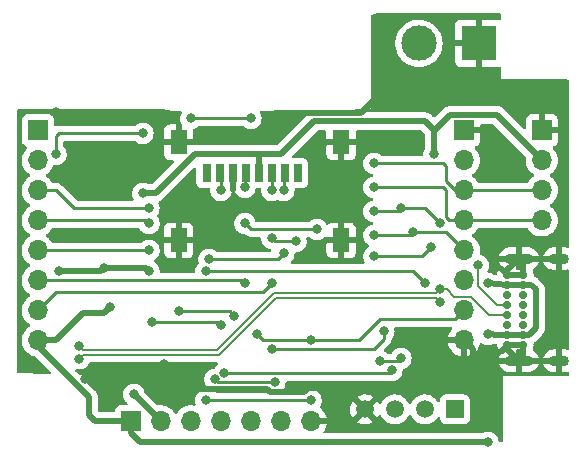
<source format=gbr>
%TF.GenerationSoftware,KiCad,Pcbnew,(5.99.0-7519-ga8269b6380)*%
%TF.CreationDate,2021-01-03T22:28:01+01:00*%
%TF.ProjectId,l0ggi,6c306767-692e-46b6-9963-61645f706362,rev?*%
%TF.SameCoordinates,Original*%
%TF.FileFunction,Copper,L2,Bot*%
%TF.FilePolarity,Positive*%
%FSLAX46Y46*%
G04 Gerber Fmt 4.6, Leading zero omitted, Abs format (unit mm)*
G04 Created by KiCad (PCBNEW (5.99.0-7519-ga8269b6380)) date 2021-01-03 22:28:01*
%MOMM*%
%LPD*%
G01*
G04 APERTURE LIST*
%TA.AperFunction,ComponentPad*%
%ADD10C,1.500000*%
%TD*%
%TA.AperFunction,ComponentPad*%
%ADD11R,1.500000X1.500000*%
%TD*%
%TA.AperFunction,ComponentPad*%
%ADD12O,1.700000X0.900000*%
%TD*%
%TA.AperFunction,ComponentPad*%
%ADD13O,2.400000X0.900000*%
%TD*%
%TA.AperFunction,ComponentPad*%
%ADD14C,0.700000*%
%TD*%
%TA.AperFunction,SMDPad,CuDef*%
%ADD15R,0.800000X1.500000*%
%TD*%
%TA.AperFunction,SMDPad,CuDef*%
%ADD16R,1.450000X2.000000*%
%TD*%
%TA.AperFunction,ComponentPad*%
%ADD17O,1.700000X1.700000*%
%TD*%
%TA.AperFunction,ComponentPad*%
%ADD18R,1.700000X1.700000*%
%TD*%
%TA.AperFunction,ComponentPad*%
%ADD19C,3.000000*%
%TD*%
%TA.AperFunction,ComponentPad*%
%ADD20R,3.000000X3.000000*%
%TD*%
%TA.AperFunction,ViaPad*%
%ADD21C,0.800000*%
%TD*%
%TA.AperFunction,Conductor*%
%ADD22C,0.500000*%
%TD*%
%TA.AperFunction,Conductor*%
%ADD23C,0.250000*%
%TD*%
%TA.AperFunction,Conductor*%
%ADD24C,0.200000*%
%TD*%
G04 APERTURE END LIST*
D10*
%TO.P,U4,4,GND*%
%TO.N,GND*%
X68580000Y-87376000D03*
%TO.P,U4,3,NC*%
%TO.N,N/C*%
X71120000Y-87376000D03*
%TO.P,U4,2,IO*%
%TO.N,DHT*%
X73660000Y-87376000D03*
D11*
%TO.P,U4,1,VCC*%
%TO.N,+3V3*%
X76200000Y-87376000D03*
%TD*%
D12*
%TO.P,P1,S1,SHIELD*%
%TO.N,GND*%
X85005000Y-74615000D03*
X85005000Y-83265000D03*
D13*
X81625000Y-74615000D03*
X81625000Y-83265000D03*
D14*
%TO.P,P1,B6*%
%TO.N,N/C*%
X81995000Y-78515000D03*
%TO.P,P1,B1,GND*%
%TO.N,GND*%
X81995000Y-75965000D03*
%TO.P,P1,B4,VBUS*%
%TO.N,+5V*%
X81995000Y-76815000D03*
%TO.P,P1,B5,VCONN*%
%TO.N,Net-(P1-PadB5)*%
X81995000Y-77665000D03*
%TO.P,P1,B12,GND*%
%TO.N,GND*%
X81995000Y-81915000D03*
%TO.P,P1,B8*%
%TO.N,N/C*%
X81995000Y-80215000D03*
%TO.P,P1,B7*%
X81995000Y-79365000D03*
%TO.P,P1,B9,VBUS*%
%TO.N,+5V*%
X81995000Y-81065000D03*
%TO.P,P1,A12,GND*%
%TO.N,GND*%
X80645000Y-75965000D03*
%TO.P,P1,A9,VBUS*%
%TO.N,+5V*%
X80645000Y-76815000D03*
%TO.P,P1,A8*%
%TO.N,N/C*%
X80645000Y-77665000D03*
%TO.P,P1,A7,D-*%
%TO.N,USB_-*%
X80645000Y-78515000D03*
%TO.P,P1,A6,D+*%
%TO.N,USB_+*%
X80645000Y-79365000D03*
%TO.P,P1,A5,CC*%
%TO.N,Net-(P1-PadA5)*%
X80645000Y-80215000D03*
%TO.P,P1,A4,VBUS*%
%TO.N,+5V*%
X80645000Y-81065000D03*
%TO.P,P1,A1,GND*%
%TO.N,GND*%
X80645000Y-81915000D03*
%TD*%
D15*
%TO.P,J5,1,DAT2*%
%TO.N,N/C*%
X62890000Y-67370165D03*
%TO.P,J5,2,DAT3/CD*%
%TO.N,SD_CS*%
X61790000Y-67370165D03*
%TO.P,J5,3,CMD*%
%TO.N,SD_MOSI*%
X60690000Y-67370165D03*
%TO.P,J5,4,VDD*%
%TO.N,+3V3*%
X59590000Y-67370165D03*
%TO.P,J5,5,CLK*%
%TO.N,SD_SCL*%
X58490000Y-67370165D03*
%TO.P,J5,6,VSS*%
%TO.N,GND*%
X57390000Y-67370165D03*
%TO.P,J5,7,DAT0*%
%TO.N,SD_MISO*%
X56290000Y-67370165D03*
%TO.P,J5,8,DAT1*%
%TO.N,N/C*%
X55190000Y-67370165D03*
D16*
%TO.P,J5,9,SHIELD*%
%TO.N,GND*%
X52815000Y-73070165D03*
X66565000Y-73070165D03*
X66565000Y-64770165D03*
X52815000Y-64770165D03*
%TD*%
D17*
%TO.P,J4,8,Pin_8*%
%TO.N,+5V*%
X40894000Y-81534000D03*
%TO.P,J4,7,Pin_7*%
%TO.N,GPIO10*%
X40894000Y-78994000D03*
%TO.P,J4,6,Pin_6*%
%TO.N,GPIO9*%
X40894000Y-76454000D03*
%TO.P,J4,5,Pin_5*%
%TO.N,GPIO13*%
X40894000Y-73914000D03*
%TO.P,J4,4,Pin_4*%
%TO.N,GPIO12*%
X40894000Y-71374000D03*
%TO.P,J4,3,Pin_3*%
%TO.N,GPIO14*%
X40894000Y-68834000D03*
%TO.P,J4,2,Pin_2*%
%TO.N,ADC*%
X40894000Y-66294000D03*
D18*
%TO.P,J4,1,Pin_1*%
%TO.N,+3V3*%
X40894000Y-63754000D03*
%TD*%
D17*
%TO.P,J3,8,Pin_8*%
%TO.N,GND*%
X76962000Y-81534000D03*
%TO.P,J3,7,Pin_7*%
%TO.N,RST*%
X76962000Y-78994000D03*
%TO.P,J3,6,Pin_6*%
%TO.N,GPIO15*%
X76962000Y-76454000D03*
%TO.P,J3,5,Pin_5*%
%TO.N,GPIO2*%
X76962000Y-73914000D03*
%TO.P,J3,4,Pin_4*%
%TO.N,SDA*%
X76962000Y-71374000D03*
%TO.P,J3,3,Pin_3*%
%TO.N,SCL*%
X76962000Y-68834000D03*
%TO.P,J3,2,Pin_2*%
%TO.N,GPIO0*%
X76962000Y-66294000D03*
D18*
%TO.P,J3,1,Pin_1*%
%TO.N,GND*%
X76962000Y-63754000D03*
%TD*%
D19*
%TO.P,J2,2,Pin_2*%
%TO.N,Net-(D1-Pad1)*%
X73152000Y-56388000D03*
D20*
%TO.P,J2,1,Pin_1*%
%TO.N,GND*%
X78232000Y-56388000D03*
%TD*%
D17*
%TO.P,J1,7,Pin_7*%
%TO.N,GND*%
X64008000Y-88392000D03*
%TO.P,J1,6,Pin_6*%
%TO.N,/CTS*%
X61468000Y-88392000D03*
%TO.P,J1,5,Pin_5*%
%TO.N,/RTS*%
X58928000Y-88392000D03*
%TO.P,J1,4,Pin_4*%
%TO.N,UART_RX*%
X56388000Y-88392000D03*
%TO.P,J1,3,Pin_3*%
%TO.N,UART_TX*%
X53848000Y-88392000D03*
%TO.P,J1,2,Pin_2*%
%TO.N,+3V3*%
X51308000Y-88392000D03*
D18*
%TO.P,J1,1,Pin_1*%
%TO.N,+5V*%
X48768000Y-88392000D03*
%TD*%
D17*
%TO.P,D2,4,SDA*%
%TO.N,SDA*%
X83566000Y-71367691D03*
%TO.P,D2,3,SCK*%
%TO.N,SCL*%
X83566000Y-68827691D03*
%TO.P,D2,2,V+*%
%TO.N,+3V3*%
X83566000Y-66287691D03*
D18*
%TO.P,D2,1,GND*%
%TO.N,GND*%
X83566000Y-63747691D03*
%TD*%
D21*
%TO.N,GND*%
X84836000Y-81788000D03*
X84582000Y-80264000D03*
X84836000Y-78486000D03*
X84836000Y-76454000D03*
X80772000Y-67310000D03*
X81534000Y-62230000D03*
X85344000Y-61722000D03*
X64262000Y-65532000D03*
X61976000Y-63500000D03*
X60960000Y-62484000D03*
X69596000Y-60960000D03*
X42418000Y-62230000D03*
X77724000Y-83820000D03*
X51562000Y-83566000D03*
X44914762Y-84836000D03*
%TO.N,+3V3*%
X42672000Y-75692000D03*
X74422000Y-65786000D03*
X49784000Y-69088000D03*
X49022000Y-86106000D03*
X50292000Y-75692000D03*
X46482000Y-75438000D03*
%TO.N,USB_-*%
X78169726Y-75182945D03*
%TO.N,USB_+*%
X74930000Y-77199000D03*
%TO.N,USB_-*%
X74930000Y-78249000D03*
%TO.N,USB_+*%
X44411764Y-82025000D03*
%TO.N,USB_-*%
X44411764Y-83075000D03*
%TO.N,GPIO0*%
X74925347Y-71632653D03*
%TO.N,SD_SCL*%
X58420000Y-68580000D03*
X64516000Y-72136000D03*
X58420000Y-71628000D03*
%TO.N,SD_MOSI*%
X60706000Y-68834000D03*
X62738000Y-73152000D03*
X60706000Y-72898000D03*
%TO.N,SD_MISO*%
X56388000Y-68834000D03*
%TO.N,SD_CS*%
X61722000Y-68834000D03*
X61722000Y-74168000D03*
X55372000Y-74676000D03*
%TO.N,DHT*%
X73660000Y-76708000D03*
X55118000Y-75692000D03*
%TO.N,RST*%
X53848000Y-62738000D03*
X58928000Y-62738000D03*
X64008000Y-81534000D03*
X59436000Y-81026000D03*
%TO.N,Net-(R11-Pad1)*%
X60706000Y-82296000D03*
%TO.N,ADC*%
X49784000Y-64008000D03*
X42418000Y-65786000D03*
%TO.N,UART_RX*%
X57532358Y-79432740D03*
X52872385Y-79088990D03*
%TO.N,UART_TX*%
X50546000Y-80010000D03*
X56388000Y-80264000D03*
%TO.N,GPIO10*%
X60706000Y-76708000D03*
%TO.N,GPIO9*%
X58420000Y-76708000D03*
%TO.N,GPIO13*%
X50292000Y-73914000D03*
%TO.N,GPIO12*%
X50292000Y-71628000D03*
%TO.N,GPIO14*%
X50292000Y-70358000D03*
%TO.N,UART_TX*%
X56642000Y-84328000D03*
%TO.N,/CTS*%
X55118000Y-86614000D03*
X64008000Y-86614000D03*
%TO.N,/RTS*%
X55880000Y-84836000D03*
X60960000Y-85090000D03*
%TO.N,UART_TX*%
X70866000Y-84074000D03*
%TO.N,GPIO0*%
X71628000Y-83058000D03*
X69850000Y-83312000D03*
%TO.N,Net-(R11-Pad1)*%
X70177999Y-80772000D03*
%TO.N,GPIO0*%
X71628000Y-70358000D03*
%TO.N,+5V*%
X78994000Y-90170000D03*
X78994000Y-81026000D03*
X78994000Y-76708000D03*
%TO.N,GPIO15*%
X74168000Y-73660000D03*
%TO.N,GPIO2*%
X72644000Y-72390000D03*
%TO.N,GPIO15*%
X69342000Y-74422000D03*
%TO.N,GPIO0*%
X69342000Y-70612000D03*
%TO.N,GPIO2*%
X69342000Y-72644000D03*
%TO.N,SDA*%
X69342000Y-68580000D03*
%TO.N,SCL*%
X69342000Y-66548000D03*
%TO.N,+5V*%
X46990000Y-78740000D03*
%TD*%
D22*
%TO.N,GND*%
X80645000Y-75965000D02*
X80645000Y-75595000D01*
X80645000Y-75595000D02*
X81625000Y-74615000D01*
X81995000Y-75965000D02*
X81995000Y-74985000D01*
X81995000Y-74985000D02*
X81625000Y-74615000D01*
X80645000Y-75965000D02*
X81995000Y-75965000D01*
X80645000Y-81915000D02*
X81995000Y-81915000D01*
X81995000Y-81915000D02*
X81995000Y-82895000D01*
X81995000Y-82895000D02*
X81625000Y-83265000D01*
X80645000Y-81915000D02*
X80645000Y-82285000D01*
X80645000Y-82285000D02*
X81625000Y-83265000D01*
X63423997Y-85940001D02*
X63765998Y-85598000D01*
X60297999Y-85686001D02*
X60551999Y-85940001D01*
X53682001Y-85686001D02*
X60297999Y-85686001D01*
X60551999Y-85940001D02*
X63423997Y-85940001D01*
X51562000Y-83566000D02*
X53682001Y-85686001D01*
X63765998Y-85598000D02*
X66802000Y-85598000D01*
X66802000Y-85598000D02*
X68580000Y-87376000D01*
D23*
%TO.N,/RTS*%
X55880000Y-84836000D02*
X56134000Y-85090000D01*
X56134000Y-85090000D02*
X60960000Y-85090000D01*
D22*
%TO.N,GND*%
X60960000Y-62484000D02*
X61976000Y-63500000D01*
X68264010Y-62291990D02*
X61152010Y-62291990D01*
X61152010Y-62291990D02*
X60960000Y-62484000D01*
X69596000Y-60960000D02*
X68264010Y-62291990D01*
X57404000Y-67384165D02*
X57404000Y-68834000D01*
X57390000Y-67370165D02*
X57404000Y-67384165D01*
X77724000Y-82296000D02*
X76962000Y-81534000D01*
X77724000Y-83820000D02*
X77724000Y-82296000D01*
X44914762Y-84836000D02*
X50292000Y-84836000D01*
X50292000Y-84836000D02*
X51562000Y-83566000D01*
%TO.N,+3V3*%
X42672000Y-75692000D02*
X46228000Y-75692000D01*
X46228000Y-75692000D02*
X46482000Y-75438000D01*
X74422000Y-65024000D02*
X74422000Y-65786000D01*
X74422000Y-63783998D02*
X75751999Y-62453999D01*
X74422000Y-63754000D02*
X74422000Y-65024000D01*
X74422000Y-65024000D02*
X74422000Y-63783998D01*
X75751999Y-62453999D02*
X79732308Y-62453999D01*
X79732308Y-62453999D02*
X83566000Y-66287691D01*
X54160577Y-65786000D02*
X59690000Y-65786000D01*
X59690000Y-65786000D02*
X61468000Y-65786000D01*
X59590000Y-67370165D02*
X59590000Y-65886000D01*
X59590000Y-65886000D02*
X59690000Y-65786000D01*
X73660000Y-62992000D02*
X74422000Y-63754000D01*
X64262000Y-62992000D02*
X72898000Y-62992000D01*
X61468000Y-65786000D02*
X64262000Y-62992000D01*
X72898000Y-62992000D02*
X73660000Y-62992000D01*
X49784000Y-69088000D02*
X50858577Y-69088000D01*
X50858577Y-69088000D02*
X54160577Y-65786000D01*
D23*
%TO.N,ADC*%
X49784000Y-64008000D02*
X42672000Y-64008000D01*
X42672000Y-64008000D02*
X42418000Y-64262000D01*
X42418000Y-64262000D02*
X42418000Y-65786000D01*
D22*
%TO.N,+3V3*%
X49022000Y-86106000D02*
X51308000Y-88392000D01*
X50038000Y-75438000D02*
X50292000Y-75692000D01*
X46482000Y-75438000D02*
X50038000Y-75438000D01*
D24*
%TO.N,USB_+*%
X44411764Y-82025000D02*
X44711764Y-82325000D01*
X44711764Y-82325000D02*
X56040800Y-82325000D01*
X56040800Y-82325000D02*
X60866800Y-77499000D01*
%TO.N,USB_-*%
X44411764Y-83075000D02*
X44711764Y-82775000D01*
X61053200Y-77949000D02*
X74630000Y-77949000D01*
%TO.N,USB_+*%
X60866800Y-77499000D02*
X74630000Y-77499000D01*
X74630000Y-77499000D02*
X74923921Y-77205079D01*
X74923921Y-77205079D02*
X74930000Y-77199000D01*
%TO.N,USB_-*%
X44711764Y-82775000D02*
X56227200Y-82775000D01*
X56227200Y-82775000D02*
X61053200Y-77949000D01*
X74630000Y-77949000D02*
X74930000Y-78249000D01*
X78169726Y-75182945D02*
X78169726Y-76919728D01*
X78169726Y-76919728D02*
X79764998Y-78515000D01*
X79764998Y-78515000D02*
X80645000Y-78515000D01*
%TO.N,USB_+*%
X74930000Y-77199000D02*
X75495685Y-77199000D01*
X75495685Y-77199000D02*
X76140684Y-77843999D01*
X76140684Y-77843999D02*
X77589999Y-77843999D01*
X77589999Y-77843999D02*
X79111000Y-79365000D01*
X79111000Y-79365000D02*
X80645000Y-79365000D01*
D23*
%TO.N,GPIO0*%
X71628000Y-70358000D02*
X73650694Y-70358000D01*
X73650694Y-70358000D02*
X74925347Y-71632653D01*
%TO.N,SD_SCL*%
X58420000Y-67440165D02*
X58490000Y-67370165D01*
X64516000Y-72136000D02*
X58928000Y-72136000D01*
X58928000Y-72136000D02*
X58420000Y-71628000D01*
X58420000Y-68580000D02*
X58420000Y-67440165D01*
%TO.N,SD_MOSI*%
X60706000Y-68834000D02*
X60706000Y-67386165D01*
X60960000Y-73152000D02*
X60706000Y-72898000D01*
X62738000Y-73152000D02*
X60960000Y-73152000D01*
X60706000Y-67386165D02*
X60690000Y-67370165D01*
%TO.N,SD_MISO*%
X56388000Y-68834000D02*
X56388000Y-67468165D01*
X56388000Y-67468165D02*
X56290000Y-67370165D01*
%TO.N,SD_CS*%
X61722000Y-68834000D02*
X61722000Y-67438165D01*
X61722000Y-67438165D02*
X61790000Y-67370165D01*
X61214000Y-74676000D02*
X61722000Y-74168000D01*
X55372000Y-74676000D02*
X61214000Y-74676000D01*
%TO.N,DHT*%
X55118000Y-75692000D02*
X72644000Y-75692000D01*
X72644000Y-75692000D02*
X73660000Y-76708000D01*
%TO.N,RST*%
X68072000Y-81534000D02*
X69850000Y-79756000D01*
X64008000Y-81534000D02*
X68072000Y-81534000D01*
X69850000Y-79756000D02*
X76200000Y-79756000D01*
X76200000Y-79756000D02*
X76962000Y-78994000D01*
X58928000Y-62738000D02*
X53848000Y-62738000D01*
X59944000Y-81534000D02*
X59436000Y-81026000D01*
X64008000Y-81534000D02*
X59944000Y-81534000D01*
%TO.N,Net-(R11-Pad1)*%
X60706000Y-82296000D02*
X69342000Y-82296000D01*
X69342000Y-82296000D02*
X70177999Y-81460001D01*
X70177999Y-81460001D02*
X70177999Y-80772000D01*
%TO.N,UART_RX*%
X57188608Y-79088990D02*
X57532358Y-79432740D01*
X52872385Y-79088990D02*
X57188608Y-79088990D01*
%TO.N,UART_TX*%
X50546000Y-80010000D02*
X56134000Y-80010000D01*
X56134000Y-80010000D02*
X56388000Y-80264000D01*
%TO.N,GPIO10*%
X40894000Y-78994000D02*
X42454999Y-77433001D01*
X42454999Y-77433001D02*
X59980999Y-77433001D01*
X59980999Y-77433001D02*
X60706000Y-76708000D01*
%TO.N,GPIO9*%
X58166000Y-76454000D02*
X58420000Y-76708000D01*
X40894000Y-76454000D02*
X58166000Y-76454000D01*
%TO.N,GPIO13*%
X50292000Y-73914000D02*
X40894000Y-73914000D01*
%TO.N,GPIO12*%
X40894000Y-71374000D02*
X50038000Y-71374000D01*
X50038000Y-71374000D02*
X50292000Y-71628000D01*
%TO.N,GPIO14*%
X50292000Y-70358000D02*
X43942000Y-70358000D01*
X42418000Y-68834000D02*
X40894000Y-68834000D01*
X43942000Y-70358000D02*
X42418000Y-68834000D01*
%TO.N,UART_TX*%
X70612000Y-84328000D02*
X56642000Y-84328000D01*
%TO.N,/CTS*%
X55118000Y-86614000D02*
X64008000Y-86614000D01*
%TO.N,UART_TX*%
X70866000Y-84074000D02*
X70612000Y-84328000D01*
%TO.N,GPIO0*%
X71374000Y-83312000D02*
X71628000Y-83058000D01*
X69850000Y-83312000D02*
X71374000Y-83312000D01*
X70612000Y-70612000D02*
X71374000Y-70612000D01*
X71374000Y-70612000D02*
X71628000Y-70358000D01*
D22*
%TO.N,+5V*%
X78994000Y-90170000D02*
X49530000Y-90170000D01*
X49530000Y-90170000D02*
X48768000Y-89408000D01*
X48768000Y-89408000D02*
X48768000Y-88392000D01*
X78994000Y-81026000D02*
X79971000Y-81065000D01*
X79971000Y-81065000D02*
X80645000Y-81065000D01*
X80645000Y-76815000D02*
X78994000Y-76708000D01*
D23*
%TO.N,GPIO2*%
X72644000Y-72390000D02*
X75438000Y-72390000D01*
X75438000Y-72390000D02*
X76962000Y-73914000D01*
%TO.N,GPIO15*%
X74168000Y-73660000D02*
X73406000Y-74422000D01*
X73406000Y-74422000D02*
X69342000Y-74422000D01*
%TO.N,GPIO2*%
X72390000Y-72644000D02*
X72644000Y-72390000D01*
X69342000Y-72644000D02*
X72390000Y-72644000D01*
%TO.N,GPIO0*%
X69342000Y-70612000D02*
X70612000Y-70612000D01*
%TO.N,SDA*%
X76962000Y-71374000D02*
X76968309Y-71367691D01*
X76968309Y-71367691D02*
X83566000Y-71367691D01*
%TO.N,SCL*%
X76962000Y-68834000D02*
X83559691Y-68834000D01*
X83559691Y-68834000D02*
X83566000Y-68827691D01*
%TO.N,SDA*%
X75184000Y-68580000D02*
X75438000Y-68834000D01*
X75692000Y-71374000D02*
X76962000Y-71374000D01*
X69342000Y-68580000D02*
X75184000Y-68580000D01*
X75438000Y-68834000D02*
X75438000Y-71120000D01*
X75438000Y-71120000D02*
X75692000Y-71374000D01*
%TO.N,SCL*%
X75438000Y-66802000D02*
X75438000Y-68072000D01*
X69342000Y-66548000D02*
X75184000Y-66548000D01*
X75184000Y-66548000D02*
X75438000Y-66802000D01*
X76200000Y-68834000D02*
X76962000Y-68834000D01*
X75438000Y-68072000D02*
X76200000Y-68834000D01*
D22*
%TO.N,+5V*%
X46482000Y-79248000D02*
X46990000Y-78740000D01*
X40894000Y-81534000D02*
X42418000Y-81534000D01*
X42418000Y-81534000D02*
X44704000Y-79248000D01*
X44704000Y-79248000D02*
X46482000Y-79248000D01*
X45212000Y-86360000D02*
X45212000Y-87884000D01*
X40894000Y-81534000D02*
X40894000Y-82042000D01*
X40894000Y-82042000D02*
X45212000Y-86360000D01*
X45212000Y-87884000D02*
X45720000Y-88392000D01*
X45720000Y-88392000D02*
X48768000Y-88392000D01*
X83058000Y-77470000D02*
X83058000Y-80151002D01*
X83058000Y-77470000D02*
X83058000Y-77216000D01*
X83058000Y-77216000D02*
X82657000Y-76815000D01*
X81995000Y-76815000D02*
X82657000Y-76815000D01*
X83058000Y-80151002D02*
X83058000Y-80518000D01*
X83058000Y-80518000D02*
X82511000Y-81065000D01*
X82511000Y-81065000D02*
X81995000Y-81065000D01*
X81995000Y-76815000D02*
X80645000Y-76815000D01*
X81995000Y-81065000D02*
X80645000Y-81065000D01*
%TD*%
%TA.AperFunction,Conductor*%
%TO.N,GND*%
G36*
X80046056Y-53868002D02*
G01*
X80092549Y-53921658D01*
X80103935Y-53974000D01*
X80103935Y-54303573D01*
X80083933Y-54371694D01*
X80030277Y-54418187D01*
X79960003Y-54428291D01*
X79925592Y-54418186D01*
X79884728Y-54399524D01*
X79867612Y-54394498D01*
X79736446Y-54375639D01*
X79727505Y-54375000D01*
X78504115Y-54375000D01*
X78488876Y-54379475D01*
X78487671Y-54380865D01*
X78486000Y-54388548D01*
X78485999Y-56133998D01*
X78486000Y-56134004D01*
X78485999Y-58382885D01*
X78490474Y-58398124D01*
X78491864Y-58399329D01*
X78499547Y-58401000D01*
X79729743Y-58401000D01*
X79734250Y-58400839D01*
X79798269Y-58396260D01*
X79811491Y-58393874D01*
X79942437Y-58355425D01*
X80013433Y-58355425D01*
X80073159Y-58393808D01*
X80102652Y-58458389D01*
X80103935Y-58476321D01*
X80103935Y-59434498D01*
X85726034Y-59435904D01*
X85794147Y-59455923D01*
X85840627Y-59509590D01*
X85852000Y-59561904D01*
X85852000Y-73575025D01*
X85831998Y-73643146D01*
X85778342Y-73689639D01*
X85708068Y-73699743D01*
X85696193Y-73697025D01*
X85696182Y-73697077D01*
X85510406Y-73658266D01*
X85501138Y-73657063D01*
X85498747Y-73657000D01*
X85277115Y-73657000D01*
X85261876Y-73661475D01*
X85260671Y-73662865D01*
X85259000Y-73670548D01*
X85258999Y-74360998D01*
X85259000Y-74361004D01*
X85258999Y-75554885D01*
X85263474Y-75570124D01*
X85264864Y-75571329D01*
X85272547Y-75573000D01*
X85451028Y-75573000D01*
X85457403Y-75572677D01*
X85592289Y-75558976D01*
X85604729Y-75556422D01*
X85688321Y-75530226D01*
X85759306Y-75528942D01*
X85819716Y-75566239D01*
X85850373Y-75630275D01*
X85852000Y-75650460D01*
X85852000Y-82225025D01*
X85831998Y-82293146D01*
X85778342Y-82339639D01*
X85708068Y-82349743D01*
X85696193Y-82347025D01*
X85696182Y-82347077D01*
X85510406Y-82308266D01*
X85501138Y-82307063D01*
X85498747Y-82307000D01*
X85277115Y-82307000D01*
X85261876Y-82311475D01*
X85260671Y-82312865D01*
X85259000Y-82320548D01*
X85258999Y-83010998D01*
X85259000Y-83011004D01*
X85258999Y-84204885D01*
X85263474Y-84220124D01*
X85264864Y-84221329D01*
X85272547Y-84223000D01*
X85451028Y-84223000D01*
X85457403Y-84222677D01*
X85592289Y-84208976D01*
X85604729Y-84206422D01*
X85688321Y-84180226D01*
X85759306Y-84178942D01*
X85819716Y-84216239D01*
X85850373Y-84280275D01*
X85852000Y-84300460D01*
X85852000Y-84456000D01*
X85831998Y-84524121D01*
X85778342Y-84570614D01*
X85726000Y-84582000D01*
X80264000Y-84582000D01*
X80264000Y-90044000D01*
X80243998Y-90112121D01*
X80190342Y-90158614D01*
X80138000Y-90170000D01*
X80020951Y-90170000D01*
X79952830Y-90149998D01*
X79906337Y-90096342D01*
X79895641Y-90057170D01*
X79888228Y-89986638D01*
X79887538Y-89980073D01*
X79879361Y-89954905D01*
X79852492Y-89872211D01*
X79828524Y-89798446D01*
X79733037Y-89633058D01*
X79706934Y-89604067D01*
X79609673Y-89496048D01*
X79609672Y-89496047D01*
X79605251Y-89491137D01*
X79599909Y-89487256D01*
X79599907Y-89487254D01*
X79456092Y-89382767D01*
X79456091Y-89382766D01*
X79450750Y-89378886D01*
X79444722Y-89376202D01*
X79444720Y-89376201D01*
X79282318Y-89303895D01*
X79282317Y-89303895D01*
X79276287Y-89301210D01*
X79182887Y-89281357D01*
X79095944Y-89262876D01*
X79095939Y-89262876D01*
X79089487Y-89261504D01*
X78898513Y-89261504D01*
X78892061Y-89262876D01*
X78892056Y-89262876D01*
X78805113Y-89281357D01*
X78711713Y-89301210D01*
X78705683Y-89303895D01*
X78705682Y-89303895D01*
X78543278Y-89376202D01*
X78537250Y-89378886D01*
X78531914Y-89382763D01*
X78531912Y-89382764D01*
X78525479Y-89387438D01*
X78451420Y-89411500D01*
X65194086Y-89411500D01*
X65125965Y-89391498D01*
X65079472Y-89337842D01*
X65069368Y-89267568D01*
X65090936Y-89213139D01*
X65182940Y-89081987D01*
X65188295Y-89072787D01*
X65282399Y-88874156D01*
X65286123Y-88864197D01*
X65343968Y-88657718D01*
X65342430Y-88649351D01*
X65330137Y-88646000D01*
X63880000Y-88645999D01*
X63811879Y-88625997D01*
X63765386Y-88572341D01*
X63754000Y-88519999D01*
X63754000Y-88427696D01*
X67893134Y-88427696D01*
X67898415Y-88434751D01*
X68037392Y-88515963D01*
X68047513Y-88520726D01*
X68247848Y-88594038D01*
X68258633Y-88596928D01*
X68468792Y-88633606D01*
X68479924Y-88634541D01*
X68693244Y-88633424D01*
X68704378Y-88632372D01*
X68914126Y-88593497D01*
X68924897Y-88590490D01*
X69124452Y-88515085D01*
X69134508Y-88510224D01*
X69256910Y-88436967D01*
X69266479Y-88426610D01*
X69262936Y-88418146D01*
X68592812Y-87748022D01*
X68578868Y-87740408D01*
X68577035Y-87740539D01*
X68570420Y-87744790D01*
X67899894Y-88415316D01*
X67893134Y-88427696D01*
X63754000Y-88427696D01*
X63754001Y-88264000D01*
X63774003Y-88195879D01*
X63827659Y-88149386D01*
X63880001Y-88138000D01*
X65327079Y-88138001D01*
X65340610Y-88134028D01*
X65341876Y-88125219D01*
X65294954Y-87944433D01*
X65291419Y-87934395D01*
X65201147Y-87733998D01*
X65195967Y-87724692D01*
X65073218Y-87542366D01*
X65066557Y-87534080D01*
X64986061Y-87449698D01*
X67319639Y-87449698D01*
X67320341Y-87460850D01*
X67352608Y-87671717D01*
X67355275Y-87682578D01*
X67424375Y-87884400D01*
X67428923Y-87894614D01*
X67517819Y-88054330D01*
X67527872Y-88064221D01*
X67535475Y-88061315D01*
X68207978Y-87388812D01*
X68214355Y-87377132D01*
X68944408Y-87377132D01*
X68944539Y-87378965D01*
X68948790Y-87385580D01*
X69621337Y-88058127D01*
X69633717Y-88064887D01*
X69639981Y-88060198D01*
X69739007Y-87877813D01*
X69789089Y-87827492D01*
X69858427Y-87812235D01*
X69925006Y-87836887D01*
X69964470Y-87886217D01*
X69965735Y-87889912D01*
X69968462Y-87894812D01*
X69968465Y-87894818D01*
X70068871Y-88075210D01*
X70074984Y-88086192D01*
X70078535Y-88090530D01*
X70078538Y-88090535D01*
X70169632Y-88201830D01*
X70217264Y-88260025D01*
X70221527Y-88263666D01*
X70221532Y-88263671D01*
X70350415Y-88373747D01*
X70388078Y-88405914D01*
X70423495Y-88426610D01*
X70577181Y-88516417D01*
X70577184Y-88516418D01*
X70582028Y-88519249D01*
X70587298Y-88521178D01*
X70587299Y-88521178D01*
X70787718Y-88594521D01*
X70787722Y-88594522D01*
X70792982Y-88596447D01*
X70798499Y-88597410D01*
X70798503Y-88597411D01*
X70979037Y-88628919D01*
X71014273Y-88635069D01*
X71019879Y-88635040D01*
X71019883Y-88635040D01*
X71122937Y-88634500D01*
X71238906Y-88633893D01*
X71247113Y-88632372D01*
X71440944Y-88596447D01*
X71459780Y-88592956D01*
X71466307Y-88590490D01*
X71567950Y-88552082D01*
X71669914Y-88513553D01*
X71675477Y-88510224D01*
X71813371Y-88427696D01*
X71862667Y-88398193D01*
X72031944Y-88250523D01*
X72172396Y-88075210D01*
X72179941Y-88061315D01*
X72243402Y-87944433D01*
X72279263Y-87878385D01*
X72329344Y-87828065D01*
X72398682Y-87812808D01*
X72465261Y-87837460D01*
X72504622Y-87886662D01*
X72505735Y-87889912D01*
X72508461Y-87894809D01*
X72508462Y-87894812D01*
X72602755Y-88064221D01*
X72614984Y-88086192D01*
X72618535Y-88090530D01*
X72618538Y-88090535D01*
X72709632Y-88201830D01*
X72757264Y-88260025D01*
X72761527Y-88263666D01*
X72761532Y-88263671D01*
X72890415Y-88373747D01*
X72928078Y-88405914D01*
X72963495Y-88426610D01*
X73117181Y-88516417D01*
X73117184Y-88516418D01*
X73122028Y-88519249D01*
X73127298Y-88521178D01*
X73127299Y-88521178D01*
X73327718Y-88594521D01*
X73327722Y-88594522D01*
X73332982Y-88596447D01*
X73338499Y-88597410D01*
X73338503Y-88597411D01*
X73519037Y-88628919D01*
X73554273Y-88635069D01*
X73559879Y-88635040D01*
X73559883Y-88635040D01*
X73662937Y-88634500D01*
X73778906Y-88633893D01*
X73787113Y-88632372D01*
X73980944Y-88596447D01*
X73999780Y-88592956D01*
X74006307Y-88590490D01*
X74107950Y-88552082D01*
X74209914Y-88513553D01*
X74215477Y-88510224D01*
X74353371Y-88427696D01*
X74402667Y-88398193D01*
X74571944Y-88250523D01*
X74712396Y-88075210D01*
X74713995Y-88076491D01*
X74761454Y-88036621D01*
X74831874Y-88027592D01*
X74895997Y-88058068D01*
X74933463Y-88118374D01*
X74937718Y-88143031D01*
X74941727Y-88199079D01*
X74982904Y-88339316D01*
X74987775Y-88346895D01*
X75057051Y-88454691D01*
X75057053Y-88454694D01*
X75061923Y-88462271D01*
X75068733Y-88468172D01*
X75165569Y-88552082D01*
X75165572Y-88552084D01*
X75172381Y-88557984D01*
X75180579Y-88561728D01*
X75252386Y-88594521D01*
X75305330Y-88618700D01*
X75314245Y-88619982D01*
X75314246Y-88619982D01*
X75445552Y-88638861D01*
X75445559Y-88638862D01*
X75450000Y-88639500D01*
X76950000Y-88639500D01*
X77023079Y-88634273D01*
X77101165Y-88611345D01*
X77154670Y-88595635D01*
X77154672Y-88595634D01*
X77163316Y-88593096D01*
X77227135Y-88552082D01*
X77278691Y-88518949D01*
X77278694Y-88518947D01*
X77286271Y-88514077D01*
X77326048Y-88468172D01*
X77376082Y-88410431D01*
X77376084Y-88410428D01*
X77381984Y-88403619D01*
X77442700Y-88270670D01*
X77443982Y-88261754D01*
X77462861Y-88130448D01*
X77462862Y-88130441D01*
X77463500Y-88126000D01*
X77463500Y-86626000D01*
X77458273Y-86552921D01*
X77425860Y-86442531D01*
X77419635Y-86421330D01*
X77419634Y-86421328D01*
X77417096Y-86412684D01*
X77371393Y-86341569D01*
X77342949Y-86297309D01*
X77342947Y-86297306D01*
X77338077Y-86289729D01*
X77290763Y-86248731D01*
X77234431Y-86199918D01*
X77234428Y-86199916D01*
X77227619Y-86194016D01*
X77199611Y-86181225D01*
X77102864Y-86137042D01*
X77102863Y-86137042D01*
X77094670Y-86133300D01*
X77085755Y-86132018D01*
X77085754Y-86132018D01*
X76954448Y-86113139D01*
X76954441Y-86113138D01*
X76950000Y-86112500D01*
X75450000Y-86112500D01*
X75376921Y-86117727D01*
X75323884Y-86133300D01*
X75245330Y-86156365D01*
X75245328Y-86156366D01*
X75236684Y-86158904D01*
X75206200Y-86178495D01*
X75121309Y-86233051D01*
X75121306Y-86233053D01*
X75113729Y-86237923D01*
X75107828Y-86244733D01*
X75023918Y-86341569D01*
X75023916Y-86341572D01*
X75018016Y-86348381D01*
X75014272Y-86356579D01*
X74967137Y-86459791D01*
X74957300Y-86481330D01*
X74936824Y-86623750D01*
X74936713Y-86624522D01*
X74907220Y-86689103D01*
X74847494Y-86727487D01*
X74776497Y-86727487D01*
X74716771Y-86689104D01*
X74709673Y-86680118D01*
X74682959Y-86642942D01*
X74616463Y-86550403D01*
X74479621Y-86417794D01*
X74459174Y-86397979D01*
X74459171Y-86397977D01*
X74455146Y-86394076D01*
X74268696Y-86268787D01*
X74254816Y-86262694D01*
X74068152Y-86180754D01*
X74068148Y-86180753D01*
X74063005Y-86178495D01*
X74057550Y-86177185D01*
X74057546Y-86177184D01*
X73850030Y-86127363D01*
X73850026Y-86127362D01*
X73844576Y-86126054D01*
X73799144Y-86123434D01*
X73625920Y-86113446D01*
X73625917Y-86113446D01*
X73620313Y-86113123D01*
X73397304Y-86140111D01*
X73391942Y-86141761D01*
X73391940Y-86141761D01*
X73344469Y-86156365D01*
X73182598Y-86206163D01*
X73177618Y-86208733D01*
X73177614Y-86208735D01*
X73021401Y-86289363D01*
X72982983Y-86309192D01*
X72978535Y-86312605D01*
X72921227Y-86356579D01*
X72804767Y-86445941D01*
X72653584Y-86612089D01*
X72650602Y-86616843D01*
X72542769Y-86788744D01*
X72534213Y-86802383D01*
X72512344Y-86856785D01*
X72507047Y-86869961D01*
X72463080Y-86925705D01*
X72395955Y-86948830D01*
X72326984Y-86931993D01*
X72276415Y-86877209D01*
X72207548Y-86732826D01*
X72176723Y-86689929D01*
X72079740Y-86554963D01*
X72079736Y-86554958D01*
X72076463Y-86550403D01*
X71939621Y-86417794D01*
X71919174Y-86397979D01*
X71919171Y-86397977D01*
X71915146Y-86394076D01*
X71728696Y-86268787D01*
X71714816Y-86262694D01*
X71528152Y-86180754D01*
X71528148Y-86180753D01*
X71523005Y-86178495D01*
X71517550Y-86177185D01*
X71517546Y-86177184D01*
X71310030Y-86127363D01*
X71310026Y-86127362D01*
X71304576Y-86126054D01*
X71259144Y-86123434D01*
X71085920Y-86113446D01*
X71085917Y-86113446D01*
X71080313Y-86113123D01*
X70857304Y-86140111D01*
X70851942Y-86141761D01*
X70851940Y-86141761D01*
X70804469Y-86156365D01*
X70642598Y-86206163D01*
X70637618Y-86208733D01*
X70637614Y-86208735D01*
X70481401Y-86289363D01*
X70442983Y-86309192D01*
X70438535Y-86312605D01*
X70381227Y-86356579D01*
X70264767Y-86445941D01*
X70113584Y-86612089D01*
X70110602Y-86616843D01*
X70002769Y-86788744D01*
X69994213Y-86802383D01*
X69966794Y-86870591D01*
X69922829Y-86926333D01*
X69855704Y-86949458D01*
X69786733Y-86932621D01*
X69736162Y-86877837D01*
X69669530Y-86738142D01*
X69663841Y-86728523D01*
X69642154Y-86698341D01*
X69631363Y-86689929D01*
X69618327Y-86696883D01*
X68952022Y-87363188D01*
X68944408Y-87377132D01*
X68214355Y-87377132D01*
X68215592Y-87374868D01*
X68215461Y-87373035D01*
X68211210Y-87366420D01*
X67541770Y-86696980D01*
X67529390Y-86690220D01*
X67521418Y-86696188D01*
X67457640Y-86797859D01*
X67452567Y-86807815D01*
X67372998Y-87005747D01*
X67369767Y-87016447D01*
X67326508Y-87225337D01*
X67325223Y-87236444D01*
X67319639Y-87449698D01*
X64986061Y-87449698D01*
X64914830Y-87375030D01*
X64906873Y-87367990D01*
X64797395Y-87286536D01*
X64754682Y-87229826D01*
X64749409Y-87159025D01*
X64763489Y-87122447D01*
X64839220Y-86991277D01*
X64839221Y-86991276D01*
X64842524Y-86985554D01*
X64880082Y-86869961D01*
X64899498Y-86810206D01*
X64899498Y-86810205D01*
X64901538Y-86803927D01*
X64909491Y-86728264D01*
X64920810Y-86620565D01*
X64921500Y-86614000D01*
X64915295Y-86554963D01*
X64902228Y-86430637D01*
X64902228Y-86430636D01*
X64901538Y-86424073D01*
X64899063Y-86416454D01*
X64868825Y-86323389D01*
X67891943Y-86323389D01*
X67898576Y-86335366D01*
X68567188Y-87003978D01*
X68581132Y-87011592D01*
X68582965Y-87011461D01*
X68589580Y-87007210D01*
X69258844Y-86337946D01*
X69265068Y-86326548D01*
X69255257Y-86314114D01*
X69193115Y-86272357D01*
X69183315Y-86266969D01*
X68987988Y-86181225D01*
X68977389Y-86177658D01*
X68769960Y-86127859D01*
X68758898Y-86126226D01*
X68545935Y-86113946D01*
X68534751Y-86114298D01*
X68322981Y-86139926D01*
X68312044Y-86142250D01*
X68108148Y-86204976D01*
X68097804Y-86209197D01*
X67908235Y-86307042D01*
X67900117Y-86312194D01*
X67891943Y-86323389D01*
X64868825Y-86323389D01*
X64844566Y-86248731D01*
X64842524Y-86242446D01*
X64747037Y-86077058D01*
X64693984Y-86018136D01*
X64623673Y-85940048D01*
X64623672Y-85940047D01*
X64619251Y-85935137D01*
X64613909Y-85931256D01*
X64613907Y-85931254D01*
X64470092Y-85826767D01*
X64470091Y-85826766D01*
X64464750Y-85822886D01*
X64458722Y-85820202D01*
X64458720Y-85820201D01*
X64296318Y-85747895D01*
X64296317Y-85747895D01*
X64290287Y-85745210D01*
X64196887Y-85725357D01*
X64109944Y-85706876D01*
X64109939Y-85706876D01*
X64103487Y-85705504D01*
X63912513Y-85705504D01*
X63906061Y-85706876D01*
X63906056Y-85706876D01*
X63819113Y-85725357D01*
X63725713Y-85745210D01*
X63719683Y-85747895D01*
X63719682Y-85747895D01*
X63557280Y-85820201D01*
X63557278Y-85820202D01*
X63551250Y-85822886D01*
X63545909Y-85826766D01*
X63545908Y-85826767D01*
X63402093Y-85931254D01*
X63402091Y-85931256D01*
X63396749Y-85935137D01*
X63392328Y-85940047D01*
X63387425Y-85944462D01*
X63386299Y-85943211D01*
X63333000Y-85976049D01*
X63299806Y-85980500D01*
X61663413Y-85980500D01*
X61595292Y-85960498D01*
X61548799Y-85906842D01*
X61538695Y-85836568D01*
X61568189Y-85771988D01*
X61571253Y-85768865D01*
X61571251Y-85768863D01*
X61694618Y-85631850D01*
X61694619Y-85631849D01*
X61699037Y-85626942D01*
X61794524Y-85461554D01*
X61853538Y-85279927D01*
X61873500Y-85090000D01*
X61873125Y-85086429D01*
X61892812Y-85019379D01*
X61946468Y-84972886D01*
X61998810Y-84961500D01*
X70533617Y-84961500D01*
X70544521Y-84962014D01*
X70551912Y-84963666D01*
X70559837Y-84963417D01*
X70559838Y-84963417D01*
X70618853Y-84961562D01*
X70622811Y-84961500D01*
X70651578Y-84961500D01*
X70651578Y-84961603D01*
X70683109Y-84963918D01*
X70764049Y-84981123D01*
X70764058Y-84981124D01*
X70770513Y-84982496D01*
X70961487Y-84982496D01*
X70967939Y-84981124D01*
X70967944Y-84981124D01*
X71060264Y-84961500D01*
X71148287Y-84942790D01*
X71154318Y-84940105D01*
X71316720Y-84867799D01*
X71316722Y-84867798D01*
X71322750Y-84865114D01*
X71371858Y-84829435D01*
X71471907Y-84756746D01*
X71471909Y-84756744D01*
X71477251Y-84752863D01*
X71605037Y-84610942D01*
X71694493Y-84456000D01*
X71697220Y-84451277D01*
X71697221Y-84451276D01*
X71700524Y-84445554D01*
X71745960Y-84305717D01*
X71757498Y-84270206D01*
X71757498Y-84270205D01*
X71759538Y-84263927D01*
X71779500Y-84074000D01*
X71778810Y-84067435D01*
X71778810Y-84060830D01*
X71780763Y-84060830D01*
X71791862Y-84000177D01*
X71840370Y-83948336D01*
X71878197Y-83933611D01*
X71903829Y-83928163D01*
X71903832Y-83928162D01*
X71910287Y-83926790D01*
X71916318Y-83924105D01*
X72078720Y-83851799D01*
X72078722Y-83851798D01*
X72084750Y-83849114D01*
X72090092Y-83845233D01*
X72233907Y-83740746D01*
X72233909Y-83740744D01*
X72239251Y-83736863D01*
X72307262Y-83661329D01*
X72362618Y-83599850D01*
X72362619Y-83599849D01*
X72367037Y-83594942D01*
X72405065Y-83529074D01*
X79951300Y-83529074D01*
X80007259Y-83681165D01*
X80012821Y-83692571D01*
X80108662Y-83847147D01*
X80116411Y-83857208D01*
X80241367Y-83989345D01*
X80250987Y-83997649D01*
X80399962Y-84101962D01*
X80411050Y-84108159D01*
X80577962Y-84180389D01*
X80590065Y-84184228D01*
X80769594Y-84221734D01*
X80778862Y-84222937D01*
X80781253Y-84223000D01*
X81352885Y-84223000D01*
X81368124Y-84218525D01*
X81369329Y-84217135D01*
X81371000Y-84209452D01*
X81371000Y-84204885D01*
X81878999Y-84204885D01*
X81883474Y-84220124D01*
X81884864Y-84221329D01*
X81892547Y-84223000D01*
X82421028Y-84223000D01*
X82427403Y-84222677D01*
X82562289Y-84208976D01*
X82574729Y-84206422D01*
X82748267Y-84152038D01*
X82759955Y-84147029D01*
X82919013Y-84058862D01*
X82929446Y-84051611D01*
X83067533Y-83933256D01*
X83076286Y-83924065D01*
X83187757Y-83780356D01*
X83194490Y-83769582D01*
X83274784Y-83606404D01*
X83279212Y-83594497D01*
X83294311Y-83536531D01*
X83294082Y-83529074D01*
X83681300Y-83529074D01*
X83737259Y-83681165D01*
X83742821Y-83692571D01*
X83838662Y-83847147D01*
X83846411Y-83857208D01*
X83971367Y-83989345D01*
X83980987Y-83997649D01*
X84129962Y-84101962D01*
X84141050Y-84108159D01*
X84307962Y-84180389D01*
X84320065Y-84184228D01*
X84499594Y-84221734D01*
X84508862Y-84222937D01*
X84511253Y-84223000D01*
X84732885Y-84223000D01*
X84748124Y-84218525D01*
X84749329Y-84217135D01*
X84751000Y-84209452D01*
X84751001Y-83537115D01*
X84746526Y-83521876D01*
X84745136Y-83520671D01*
X84737453Y-83519000D01*
X83695708Y-83518999D01*
X83682177Y-83522972D01*
X83681300Y-83529074D01*
X83294082Y-83529074D01*
X83293877Y-83522436D01*
X83285696Y-83519000D01*
X81897115Y-83518999D01*
X81881876Y-83523474D01*
X81880671Y-83524864D01*
X81879000Y-83532547D01*
X81878999Y-84204885D01*
X81371000Y-84204885D01*
X81371001Y-83537115D01*
X81366526Y-83521876D01*
X81365136Y-83520671D01*
X81357453Y-83519000D01*
X79965708Y-83518999D01*
X79952177Y-83522972D01*
X79951300Y-83529074D01*
X72405065Y-83529074D01*
X72462524Y-83429554D01*
X72498586Y-83318565D01*
X72519498Y-83254206D01*
X72519498Y-83254205D01*
X72521538Y-83247927D01*
X72541500Y-83058000D01*
X72531782Y-82965538D01*
X72522228Y-82874637D01*
X72522228Y-82874636D01*
X72521538Y-82868073D01*
X72508266Y-82827224D01*
X72481710Y-82745496D01*
X72462524Y-82686446D01*
X72459087Y-82680492D01*
X72387208Y-82555995D01*
X72367037Y-82521058D01*
X72313370Y-82461454D01*
X72243673Y-82384048D01*
X72243672Y-82384047D01*
X72239251Y-82379137D01*
X72233909Y-82375256D01*
X72233907Y-82375254D01*
X72090092Y-82270767D01*
X72090091Y-82270766D01*
X72084750Y-82266886D01*
X72078722Y-82264202D01*
X72078720Y-82264201D01*
X71916318Y-82191895D01*
X71916317Y-82191895D01*
X71910287Y-82189210D01*
X71816887Y-82169357D01*
X71729944Y-82150876D01*
X71729939Y-82150876D01*
X71723487Y-82149504D01*
X71532513Y-82149504D01*
X71526061Y-82150876D01*
X71526056Y-82150876D01*
X71439113Y-82169357D01*
X71345713Y-82189210D01*
X71339683Y-82191895D01*
X71339682Y-82191895D01*
X71177280Y-82264201D01*
X71177278Y-82264202D01*
X71171250Y-82266886D01*
X71165909Y-82270766D01*
X71165908Y-82270767D01*
X71022093Y-82375254D01*
X71022091Y-82375256D01*
X71016749Y-82379137D01*
X71012328Y-82384047D01*
X71012327Y-82384048D01*
X70942631Y-82461454D01*
X70888963Y-82521058D01*
X70868792Y-82555995D01*
X70834437Y-82615500D01*
X70783055Y-82664493D01*
X70725318Y-82678500D01*
X70558194Y-82678500D01*
X70490073Y-82658498D01*
X70470849Y-82642158D01*
X70470575Y-82642462D01*
X70465672Y-82638047D01*
X70461251Y-82633137D01*
X70455909Y-82629256D01*
X70455907Y-82629254D01*
X70312092Y-82524767D01*
X70312091Y-82524766D01*
X70306750Y-82520886D01*
X70300724Y-82518203D01*
X70300717Y-82518199D01*
X70270989Y-82504964D01*
X70216893Y-82458984D01*
X70196243Y-82391057D01*
X70215595Y-82322749D01*
X70233142Y-82300762D01*
X70570521Y-81963383D01*
X70578599Y-81956032D01*
X70584993Y-81951974D01*
X70602695Y-81933124D01*
X70630859Y-81903132D01*
X70633614Y-81900290D01*
X70653936Y-81879968D01*
X70656579Y-81876561D01*
X70664288Y-81867534D01*
X70672682Y-81858596D01*
X70694556Y-81835302D01*
X70698375Y-81828356D01*
X70698377Y-81828353D01*
X70704318Y-81817547D01*
X70711625Y-81806423D01*
X75630255Y-81806423D01*
X75638638Y-81858471D01*
X75641212Y-81868793D01*
X75712230Y-82076810D01*
X75716497Y-82086533D01*
X75821556Y-82279625D01*
X75827402Y-82288491D01*
X75963486Y-82461113D01*
X75970750Y-82468875D01*
X76133967Y-82616094D01*
X76142444Y-82622528D01*
X76328122Y-82740136D01*
X76337567Y-82745053D01*
X76540406Y-82829694D01*
X76550545Y-82832950D01*
X76690345Y-82865096D01*
X76704422Y-82864257D01*
X76708000Y-82854999D01*
X76708000Y-81806115D01*
X76703525Y-81790876D01*
X76702135Y-81789671D01*
X76694452Y-81788000D01*
X75645403Y-81788000D01*
X75632222Y-81791870D01*
X75630255Y-81806423D01*
X70711625Y-81806423D01*
X70715170Y-81801027D01*
X70718773Y-81796381D01*
X70727582Y-81785025D01*
X70745138Y-81744455D01*
X70750361Y-81733793D01*
X70767842Y-81701996D01*
X70767842Y-81701995D01*
X70771661Y-81695049D01*
X70774599Y-81683608D01*
X70776701Y-81675424D01*
X70783102Y-81656726D01*
X70783391Y-81656058D01*
X70791146Y-81638137D01*
X70798062Y-81594473D01*
X70800469Y-81582852D01*
X70809986Y-81545783D01*
X70809986Y-81545782D01*
X70811464Y-81540026D01*
X70811499Y-81539470D01*
X70811499Y-81519548D01*
X70813050Y-81499837D01*
X70814943Y-81487885D01*
X70816183Y-81480057D01*
X70815437Y-81472163D01*
X70815629Y-81466045D01*
X70837760Y-81398586D01*
X70847931Y-81385691D01*
X70912617Y-81313850D01*
X70912618Y-81313849D01*
X70917036Y-81308942D01*
X70994832Y-81174196D01*
X71009219Y-81149277D01*
X71009220Y-81149276D01*
X71012523Y-81143554D01*
X71050520Y-81026612D01*
X71069497Y-80968206D01*
X71069497Y-80968205D01*
X71071537Y-80961927D01*
X71080096Y-80880498D01*
X71090809Y-80778565D01*
X71091499Y-80772000D01*
X71082396Y-80685386D01*
X71072227Y-80588637D01*
X71072227Y-80588636D01*
X71071537Y-80582073D01*
X71062557Y-80554435D01*
X71060529Y-80483469D01*
X71097191Y-80422671D01*
X71160903Y-80391346D01*
X71182390Y-80389500D01*
X75877883Y-80389500D01*
X75946004Y-80409502D01*
X75992497Y-80463158D01*
X76002601Y-80533432D01*
X75975317Y-80595391D01*
X75842100Y-80757860D01*
X75836075Y-80766627D01*
X75727342Y-80957644D01*
X75722877Y-80967308D01*
X75647882Y-81173916D01*
X75645111Y-81184184D01*
X75631008Y-81262174D01*
X75632427Y-81275414D01*
X75647062Y-81280000D01*
X77090000Y-81280000D01*
X77158121Y-81300002D01*
X77204614Y-81353658D01*
X77216000Y-81406000D01*
X77216000Y-82853941D01*
X77220151Y-82868079D01*
X77230798Y-82869774D01*
X77234192Y-82869096D01*
X77445333Y-82807954D01*
X77455259Y-82804143D01*
X77653065Y-82708307D01*
X77662212Y-82702876D01*
X77841041Y-82575083D01*
X77849149Y-82568182D01*
X78003893Y-82412082D01*
X78010706Y-82403933D01*
X78136940Y-82223988D01*
X78142295Y-82214787D01*
X78236399Y-82016156D01*
X78240123Y-82006197D01*
X78285526Y-81844131D01*
X78323163Y-81783931D01*
X78387372Y-81753636D01*
X78457766Y-81762865D01*
X78480915Y-81776184D01*
X78491577Y-81783931D01*
X78526871Y-81809573D01*
X78537250Y-81817114D01*
X78543278Y-81819798D01*
X78543280Y-81819799D01*
X78705682Y-81892105D01*
X78711713Y-81894790D01*
X78804675Y-81914550D01*
X78892056Y-81933124D01*
X78892061Y-81933124D01*
X78898513Y-81934496D01*
X79089487Y-81934496D01*
X79095939Y-81933124D01*
X79095944Y-81933124D01*
X79183325Y-81914550D01*
X79276287Y-81894790D01*
X79286824Y-81890099D01*
X79450750Y-81817114D01*
X79451834Y-81819549D01*
X79508219Y-81805630D01*
X79662274Y-81811780D01*
X79665988Y-81811928D01*
X79733257Y-81834632D01*
X79777572Y-81890099D01*
X79786961Y-81938267D01*
X79786752Y-81998378D01*
X79788171Y-82011884D01*
X79824677Y-82180731D01*
X79828961Y-82193610D01*
X79877390Y-82299387D01*
X79886635Y-82310036D01*
X79892474Y-82308315D01*
X80279886Y-81920903D01*
X80342198Y-81886877D01*
X80403287Y-81888759D01*
X80500995Y-81916408D01*
X80507801Y-81916812D01*
X80507805Y-81916813D01*
X80588531Y-81921608D01*
X80683032Y-81927222D01*
X80683034Y-81927223D01*
X80687182Y-81927469D01*
X80687138Y-81928213D01*
X80751056Y-81943638D01*
X80800111Y-81994962D01*
X80813631Y-82064660D01*
X80787323Y-82130602D01*
X80777282Y-82141929D01*
X80271049Y-82648161D01*
X80208737Y-82682186D01*
X80137921Y-82677121D01*
X80127154Y-82672203D01*
X80115881Y-82680492D01*
X80062245Y-82749641D01*
X80055510Y-82760419D01*
X79975216Y-82923596D01*
X79970788Y-82935503D01*
X79955689Y-82993469D01*
X79956123Y-83007564D01*
X79964304Y-83011000D01*
X81352885Y-83011001D01*
X81368124Y-83006526D01*
X81369329Y-83005136D01*
X81371000Y-82997453D01*
X81371001Y-82393000D01*
X81391003Y-82324879D01*
X81444659Y-82278386D01*
X81497001Y-82267000D01*
X81753000Y-82267000D01*
X81821121Y-82287002D01*
X81867614Y-82340658D01*
X81879000Y-82393000D01*
X81878999Y-82992885D01*
X81883474Y-83008124D01*
X81884864Y-83009329D01*
X81892547Y-83011000D01*
X83284292Y-83011001D01*
X83297823Y-83007028D01*
X83298700Y-83000926D01*
X83295957Y-82993469D01*
X83685689Y-82993469D01*
X83686123Y-83007564D01*
X83694304Y-83011000D01*
X84732885Y-83011001D01*
X84748124Y-83006526D01*
X84749329Y-83005136D01*
X84751000Y-82997453D01*
X84751001Y-82325115D01*
X84746526Y-82309876D01*
X84745136Y-82308671D01*
X84737453Y-82307000D01*
X84558972Y-82307000D01*
X84552597Y-82307323D01*
X84417711Y-82321024D01*
X84405271Y-82323578D01*
X84231733Y-82377962D01*
X84220045Y-82382971D01*
X84060987Y-82471138D01*
X84050554Y-82478389D01*
X83912467Y-82596744D01*
X83903714Y-82605935D01*
X83792243Y-82749644D01*
X83785510Y-82760418D01*
X83705216Y-82923596D01*
X83700788Y-82935503D01*
X83685689Y-82993469D01*
X83295957Y-82993469D01*
X83242741Y-82848835D01*
X83237179Y-82837429D01*
X83141338Y-82682853D01*
X83133589Y-82672792D01*
X83008633Y-82540655D01*
X82999013Y-82532351D01*
X82850035Y-82428035D01*
X82837760Y-82421175D01*
X82788054Y-82370482D01*
X82773646Y-82300963D01*
X82780095Y-82270166D01*
X82834332Y-82112648D01*
X82837338Y-82099420D01*
X82857575Y-81924515D01*
X82857961Y-81918012D01*
X82857621Y-81911507D01*
X82849022Y-81832354D01*
X82861550Y-81762471D01*
X82905195Y-81713377D01*
X82913939Y-81707645D01*
X82917627Y-81705318D01*
X82975211Y-81670375D01*
X82975213Y-81670373D01*
X82980006Y-81667465D01*
X82989292Y-81659264D01*
X82991873Y-81657046D01*
X82994625Y-81654744D01*
X83000747Y-81650731D01*
X83049875Y-81598871D01*
X83052252Y-81596429D01*
X83547677Y-81101004D01*
X83562090Y-81088617D01*
X83572807Y-81080730D01*
X83578706Y-81076389D01*
X83611618Y-81037649D01*
X83618548Y-81030133D01*
X83624665Y-81024016D01*
X83626938Y-81021143D01*
X83626946Y-81021134D01*
X83643146Y-81000657D01*
X83645937Y-80997253D01*
X83688455Y-80947206D01*
X83688456Y-80947204D01*
X83693197Y-80941624D01*
X83696527Y-80935103D01*
X83699879Y-80930077D01*
X83703052Y-80924939D01*
X83707594Y-80919198D01*
X83738518Y-80853033D01*
X83740422Y-80849138D01*
X83773615Y-80784135D01*
X83775355Y-80777023D01*
X83777460Y-80771364D01*
X83779367Y-80765632D01*
X83782467Y-80758999D01*
X83797332Y-80687531D01*
X83798303Y-80683242D01*
X83814310Y-80617824D01*
X83815645Y-80612369D01*
X83816414Y-80599968D01*
X83816671Y-80596572D01*
X83816986Y-80593037D01*
X83818477Y-80585871D01*
X83816546Y-80514499D01*
X83816500Y-80511091D01*
X83816500Y-77281987D01*
X83817933Y-77263036D01*
X83819935Y-77249879D01*
X83819935Y-77249876D01*
X83821035Y-77242646D01*
X83816915Y-77191993D01*
X83816500Y-77181778D01*
X83816500Y-77173115D01*
X83813049Y-77143512D01*
X83812616Y-77139137D01*
X83807292Y-77073687D01*
X83806699Y-77066395D01*
X83804446Y-77059441D01*
X83803267Y-77053536D01*
X83801870Y-77047627D01*
X83801022Y-77040358D01*
X83776111Y-76971729D01*
X83774699Y-76967614D01*
X83754459Y-76905135D01*
X83754458Y-76905133D01*
X83752202Y-76898169D01*
X83748404Y-76891910D01*
X83745893Y-76886426D01*
X83743185Y-76881018D01*
X83740687Y-76874136D01*
X83721545Y-76844939D01*
X83700658Y-76813081D01*
X83698313Y-76809364D01*
X83663377Y-76751794D01*
X83660465Y-76746995D01*
X83652255Y-76737698D01*
X83650039Y-76735119D01*
X83647745Y-76732376D01*
X83643731Y-76726253D01*
X83591849Y-76677105D01*
X83589407Y-76674727D01*
X83240006Y-76325326D01*
X83227619Y-76310912D01*
X83219734Y-76300197D01*
X83219730Y-76300192D01*
X83215389Y-76294294D01*
X83176642Y-76261376D01*
X83169126Y-76254446D01*
X83163015Y-76248335D01*
X83139675Y-76229868D01*
X83136279Y-76227084D01*
X83086207Y-76184545D01*
X83086201Y-76184541D01*
X83080624Y-76179803D01*
X83074106Y-76176475D01*
X83069113Y-76173145D01*
X83063942Y-76169951D01*
X83058197Y-76165406D01*
X83013860Y-76144684D01*
X82992111Y-76134519D01*
X82988161Y-76132588D01*
X82925511Y-76100598D01*
X82873938Y-76051806D01*
X82856931Y-75982876D01*
X82857510Y-75975606D01*
X82857961Y-75968012D01*
X82857621Y-75961507D01*
X82838605Y-75786468D01*
X82835691Y-75773216D01*
X82778934Y-75604565D01*
X82776164Y-75533623D01*
X82812187Y-75472444D01*
X82837268Y-75454173D01*
X82919017Y-75408860D01*
X82929446Y-75401611D01*
X83067533Y-75283256D01*
X83076286Y-75274065D01*
X83187757Y-75130356D01*
X83194490Y-75119582D01*
X83274784Y-74956404D01*
X83279212Y-74944497D01*
X83294311Y-74886531D01*
X83294082Y-74879074D01*
X83681300Y-74879074D01*
X83737259Y-75031165D01*
X83742821Y-75042571D01*
X83838662Y-75197147D01*
X83846411Y-75207208D01*
X83971367Y-75339345D01*
X83980987Y-75347649D01*
X84129962Y-75451962D01*
X84141050Y-75458159D01*
X84307962Y-75530389D01*
X84320065Y-75534228D01*
X84499594Y-75571734D01*
X84508862Y-75572937D01*
X84511253Y-75573000D01*
X84732885Y-75573000D01*
X84748124Y-75568525D01*
X84749329Y-75567135D01*
X84751000Y-75559452D01*
X84751001Y-74887115D01*
X84746526Y-74871876D01*
X84745136Y-74870671D01*
X84737453Y-74869000D01*
X83695708Y-74868999D01*
X83682177Y-74872972D01*
X83681300Y-74879074D01*
X83294082Y-74879074D01*
X83293877Y-74872436D01*
X83285696Y-74869000D01*
X81897115Y-74868999D01*
X81881876Y-74873474D01*
X81880671Y-74874864D01*
X81879000Y-74882547D01*
X81878999Y-75487000D01*
X81858997Y-75555121D01*
X81805341Y-75601614D01*
X81752999Y-75613000D01*
X81497000Y-75613000D01*
X81428879Y-75592998D01*
X81382386Y-75539342D01*
X81371000Y-75487000D01*
X81371001Y-74887115D01*
X81366526Y-74871876D01*
X81365136Y-74870671D01*
X81357453Y-74869000D01*
X79965708Y-74868999D01*
X79952177Y-74872972D01*
X79951300Y-74879074D01*
X80007259Y-75031165D01*
X80012821Y-75042571D01*
X80108660Y-75197142D01*
X80113448Y-75203360D01*
X80125667Y-75210481D01*
X80139941Y-75209860D01*
X80185839Y-75197075D01*
X80253674Y-75218025D01*
X80273179Y-75233968D01*
X80777219Y-75738009D01*
X80811244Y-75800321D01*
X80806179Y-75871137D01*
X80763632Y-75927972D01*
X80697112Y-75952783D01*
X80693200Y-75952813D01*
X80693202Y-75952846D01*
X80506943Y-75962608D01*
X80402374Y-75991411D01*
X80331387Y-75990217D01*
X80279819Y-75959030D01*
X79897980Y-75577191D01*
X79885600Y-75570431D01*
X79880601Y-75574173D01*
X79830924Y-75680704D01*
X79826554Y-75693543D01*
X79788868Y-75862137D01*
X79786980Y-75878967D01*
X79759509Y-75944434D01*
X79701005Y-75984656D01*
X79653616Y-75990658D01*
X79578767Y-75985807D01*
X79512856Y-75962008D01*
X79456089Y-75920765D01*
X79450750Y-75916886D01*
X79444722Y-75914202D01*
X79282318Y-75841895D01*
X79282317Y-75841895D01*
X79276287Y-75839210D01*
X79165466Y-75815654D01*
X79095944Y-75800876D01*
X79095939Y-75800876D01*
X79089487Y-75799504D01*
X79081034Y-75799504D01*
X79080003Y-75799201D01*
X79076318Y-75798814D01*
X79076389Y-75798140D01*
X79012913Y-75779502D01*
X78966420Y-75725846D01*
X78956316Y-75655572D01*
X78971913Y-75610507D01*
X79004250Y-75554499D01*
X79063264Y-75372872D01*
X79083226Y-75182945D01*
X79069676Y-75054026D01*
X79063954Y-74999582D01*
X79063954Y-74999581D01*
X79063264Y-74993018D01*
X79060608Y-74984842D01*
X79015776Y-74846865D01*
X79004250Y-74811391D01*
X78999406Y-74803000D01*
X78942891Y-74705114D01*
X78908763Y-74646003D01*
X78839619Y-74569210D01*
X78785399Y-74508993D01*
X78785398Y-74508992D01*
X78780977Y-74504082D01*
X78775635Y-74500201D01*
X78775633Y-74500199D01*
X78631818Y-74395712D01*
X78631817Y-74395711D01*
X78626476Y-74391831D01*
X78620448Y-74389147D01*
X78620446Y-74389146D01*
X78517854Y-74343469D01*
X79955689Y-74343469D01*
X79956123Y-74357564D01*
X79964304Y-74361000D01*
X81352885Y-74361001D01*
X81368124Y-74356526D01*
X81369329Y-74355136D01*
X81371000Y-74347453D01*
X81371000Y-74342885D01*
X81878999Y-74342885D01*
X81883474Y-74358124D01*
X81884864Y-74359329D01*
X81892547Y-74361000D01*
X83284292Y-74361001D01*
X83297823Y-74357028D01*
X83298700Y-74350926D01*
X83295957Y-74343469D01*
X83685689Y-74343469D01*
X83686123Y-74357564D01*
X83694304Y-74361000D01*
X84732885Y-74361001D01*
X84748124Y-74356526D01*
X84749329Y-74355136D01*
X84751000Y-74347453D01*
X84751001Y-73675115D01*
X84746526Y-73659876D01*
X84745136Y-73658671D01*
X84737453Y-73657000D01*
X84558972Y-73657000D01*
X84552597Y-73657323D01*
X84417711Y-73671024D01*
X84405271Y-73673578D01*
X84231733Y-73727962D01*
X84220045Y-73732971D01*
X84060987Y-73821138D01*
X84050554Y-73828389D01*
X83912467Y-73946744D01*
X83903714Y-73955935D01*
X83792243Y-74099644D01*
X83785510Y-74110418D01*
X83705216Y-74273596D01*
X83700788Y-74285503D01*
X83685689Y-74343469D01*
X83295957Y-74343469D01*
X83242741Y-74198835D01*
X83237179Y-74187429D01*
X83141338Y-74032853D01*
X83133589Y-74022792D01*
X83008633Y-73890655D01*
X82999013Y-73882351D01*
X82850038Y-73778038D01*
X82838950Y-73771841D01*
X82672038Y-73699611D01*
X82659935Y-73695772D01*
X82480406Y-73658266D01*
X82471138Y-73657063D01*
X82468747Y-73657000D01*
X81897115Y-73657000D01*
X81881876Y-73661475D01*
X81880671Y-73662865D01*
X81879000Y-73670548D01*
X81878999Y-74342885D01*
X81371000Y-74342885D01*
X81371001Y-73675115D01*
X81366526Y-73659876D01*
X81365136Y-73658671D01*
X81357453Y-73657000D01*
X80828972Y-73657000D01*
X80822597Y-73657323D01*
X80687711Y-73671024D01*
X80675271Y-73673578D01*
X80501733Y-73727962D01*
X80490045Y-73732971D01*
X80330987Y-73821138D01*
X80320554Y-73828389D01*
X80182467Y-73946744D01*
X80173714Y-73955935D01*
X80062243Y-74099644D01*
X80055510Y-74110418D01*
X79975216Y-74273596D01*
X79970788Y-74285503D01*
X79955689Y-74343469D01*
X78517854Y-74343469D01*
X78458044Y-74316840D01*
X78458043Y-74316840D01*
X78452013Y-74314155D01*
X78400738Y-74303256D01*
X78338264Y-74269527D01*
X78303943Y-74207378D01*
X78301614Y-74166948D01*
X78325249Y-73940176D01*
X78325500Y-73914000D01*
X78324943Y-73907435D01*
X78306458Y-73689576D01*
X78306457Y-73689572D01*
X78306007Y-73684265D01*
X78302571Y-73671024D01*
X78249426Y-73466269D01*
X78248084Y-73461098D01*
X78238513Y-73439850D01*
X78155578Y-73255743D01*
X78155577Y-73255741D01*
X78153388Y-73250882D01*
X78024627Y-73059626D01*
X78009246Y-73043502D01*
X77925579Y-72955797D01*
X77865482Y-72892799D01*
X77680504Y-72755171D01*
X77675743Y-72752751D01*
X77672425Y-72750693D01*
X77625071Y-72697796D01*
X77613832Y-72627695D01*
X77642277Y-72562645D01*
X77665564Y-72541093D01*
X77712497Y-72507554D01*
X77845711Y-72412357D01*
X77947953Y-72309220D01*
X78004277Y-72252403D01*
X78004278Y-72252402D01*
X78008030Y-72248617D01*
X78096529Y-72122462D01*
X78137375Y-72064236D01*
X78137376Y-72064234D01*
X78140439Y-72059868D01*
X78141213Y-72060411D01*
X78189173Y-72014998D01*
X78246521Y-72001191D01*
X82289096Y-72001191D01*
X82357217Y-72021193D01*
X82399773Y-72066971D01*
X82427685Y-72118271D01*
X82570424Y-72299335D01*
X82574389Y-72302911D01*
X82737659Y-72450180D01*
X82737665Y-72450185D01*
X82741629Y-72453760D01*
X82746142Y-72456619D01*
X82746144Y-72456620D01*
X82752486Y-72460637D01*
X82936406Y-72577130D01*
X83149184Y-72665919D01*
X83154387Y-72667116D01*
X83154392Y-72667117D01*
X83368678Y-72716392D01*
X83368683Y-72716393D01*
X83373881Y-72717588D01*
X83379209Y-72717891D01*
X83379212Y-72717891D01*
X83519275Y-72725844D01*
X83604071Y-72730659D01*
X83609378Y-72730059D01*
X83609380Y-72730059D01*
X83730272Y-72716392D01*
X83833173Y-72704759D01*
X83838288Y-72703278D01*
X83838292Y-72703277D01*
X83967298Y-72665919D01*
X84054635Y-72640628D01*
X84262125Y-72540100D01*
X84266463Y-72537000D01*
X84266468Y-72536997D01*
X84445370Y-72409150D01*
X84449711Y-72406048D01*
X84612030Y-72242308D01*
X84710352Y-72102150D01*
X84741375Y-72057927D01*
X84741376Y-72057925D01*
X84744439Y-72053559D01*
X84843153Y-71845199D01*
X84905349Y-71623185D01*
X84907882Y-71598886D01*
X84919972Y-71482876D01*
X84929249Y-71393867D01*
X84929500Y-71367691D01*
X84922981Y-71290863D01*
X84910458Y-71143267D01*
X84910457Y-71143263D01*
X84910007Y-71137956D01*
X84852084Y-70914789D01*
X84845355Y-70899850D01*
X84759578Y-70709434D01*
X84759577Y-70709432D01*
X84757388Y-70704573D01*
X84628627Y-70513317D01*
X84469482Y-70346490D01*
X84284504Y-70208862D01*
X84279743Y-70206442D01*
X84276425Y-70204384D01*
X84229071Y-70151487D01*
X84217832Y-70081386D01*
X84246277Y-70016336D01*
X84269564Y-69994784D01*
X84320341Y-69958498D01*
X84449711Y-69866048D01*
X84569854Y-69744853D01*
X84608277Y-69706094D01*
X84608278Y-69706093D01*
X84612030Y-69702308D01*
X84744439Y-69513559D01*
X84843153Y-69305199D01*
X84905349Y-69083185D01*
X84929249Y-68853867D01*
X84929500Y-68827691D01*
X84929250Y-68824743D01*
X84910458Y-68603267D01*
X84910457Y-68603263D01*
X84910007Y-68597956D01*
X84907051Y-68586565D01*
X84856051Y-68390073D01*
X84852084Y-68374789D01*
X84843361Y-68355423D01*
X84759578Y-68169434D01*
X84759577Y-68169432D01*
X84757388Y-68164573D01*
X84628627Y-67973317D01*
X84469482Y-67806490D01*
X84445822Y-67788886D01*
X84345030Y-67713895D01*
X84284504Y-67668862D01*
X84279743Y-67666442D01*
X84276425Y-67664384D01*
X84229071Y-67611487D01*
X84217832Y-67541386D01*
X84246277Y-67476336D01*
X84269564Y-67454784D01*
X84370114Y-67382929D01*
X84449711Y-67326048D01*
X84612030Y-67162308D01*
X84699262Y-67037959D01*
X84741375Y-66977927D01*
X84741376Y-66977925D01*
X84744439Y-66973559D01*
X84843153Y-66765199D01*
X84905349Y-66543185D01*
X84929249Y-66313867D01*
X84929500Y-66287691D01*
X84928511Y-66276039D01*
X84910458Y-66063267D01*
X84910457Y-66063263D01*
X84910007Y-66057956D01*
X84906013Y-66042565D01*
X84867581Y-65894498D01*
X84852084Y-65834789D01*
X84833064Y-65792565D01*
X84759578Y-65629434D01*
X84759577Y-65629432D01*
X84757388Y-65624573D01*
X84628627Y-65433317D01*
X84610625Y-65414446D01*
X84496484Y-65294795D01*
X84463937Y-65231698D01*
X84470669Y-65161021D01*
X84514543Y-65105204D01*
X84552156Y-65086927D01*
X84620458Y-65066872D01*
X84636692Y-65059458D01*
X84744360Y-64990265D01*
X84757847Y-64978579D01*
X84841662Y-64881851D01*
X84851307Y-64866843D01*
X84904477Y-64750416D01*
X84909502Y-64733303D01*
X84928361Y-64602137D01*
X84929000Y-64593196D01*
X84929000Y-64019806D01*
X84924525Y-64004567D01*
X84923135Y-64003362D01*
X84915452Y-64001691D01*
X83438000Y-64001691D01*
X83369879Y-63981689D01*
X83323386Y-63928033D01*
X83312000Y-63875691D01*
X83312000Y-62402806D01*
X83310659Y-62398239D01*
X83820000Y-62398239D01*
X83820000Y-63475576D01*
X83824475Y-63490815D01*
X83825865Y-63492020D01*
X83833548Y-63493691D01*
X84910885Y-63493691D01*
X84926124Y-63489216D01*
X84927329Y-63487826D01*
X84929000Y-63480143D01*
X84929000Y-62899948D01*
X84928839Y-62895441D01*
X84924260Y-62831422D01*
X84921874Y-62818200D01*
X84885181Y-62693233D01*
X84877767Y-62676999D01*
X84808574Y-62569331D01*
X84796888Y-62555844D01*
X84700160Y-62472029D01*
X84685152Y-62462384D01*
X84568725Y-62409214D01*
X84551612Y-62404189D01*
X84420446Y-62385330D01*
X84411505Y-62384691D01*
X83838115Y-62384691D01*
X83822876Y-62389166D01*
X83821671Y-62390556D01*
X83820000Y-62398239D01*
X83310659Y-62398239D01*
X83307525Y-62387567D01*
X83306135Y-62386362D01*
X83298452Y-62384691D01*
X82718257Y-62384691D01*
X82713750Y-62384852D01*
X82649731Y-62389431D01*
X82636509Y-62391817D01*
X82511542Y-62428510D01*
X82495308Y-62435924D01*
X82387640Y-62505117D01*
X82374153Y-62516803D01*
X82290338Y-62613531D01*
X82280693Y-62628539D01*
X82227523Y-62744966D01*
X82222498Y-62762079D01*
X82203639Y-62893245D01*
X82203000Y-62902186D01*
X82203000Y-63547820D01*
X82182998Y-63615941D01*
X82129342Y-63662434D01*
X82059068Y-63672538D01*
X81994488Y-63643044D01*
X81987905Y-63636915D01*
X80315314Y-61964325D01*
X80302927Y-61949911D01*
X80295042Y-61939196D01*
X80295038Y-61939191D01*
X80290697Y-61933293D01*
X80251950Y-61900375D01*
X80244434Y-61893445D01*
X80238323Y-61887334D01*
X80214983Y-61868867D01*
X80211587Y-61866083D01*
X80161515Y-61823544D01*
X80161509Y-61823540D01*
X80155932Y-61818802D01*
X80149414Y-61815474D01*
X80144421Y-61812144D01*
X80139250Y-61808950D01*
X80133505Y-61804405D01*
X80071283Y-61775324D01*
X80067419Y-61773518D01*
X80063469Y-61771587D01*
X80004963Y-61741713D01*
X80004961Y-61741712D01*
X79998443Y-61738384D01*
X79991334Y-61736644D01*
X79985719Y-61734556D01*
X79979941Y-61732634D01*
X79973306Y-61729533D01*
X79901853Y-61714671D01*
X79897587Y-61713705D01*
X79826678Y-61696354D01*
X79821078Y-61696007D01*
X79821074Y-61696006D01*
X79814269Y-61695584D01*
X79810878Y-61695327D01*
X79807337Y-61695011D01*
X79800178Y-61693522D01*
X79733471Y-61695327D01*
X79728814Y-61695453D01*
X79725406Y-61695499D01*
X75817986Y-61695499D01*
X75799035Y-61694066D01*
X75785878Y-61692064D01*
X75785875Y-61692064D01*
X75778645Y-61690964D01*
X75771353Y-61691557D01*
X75771350Y-61691557D01*
X75727992Y-61695084D01*
X75717777Y-61695499D01*
X75709113Y-61695499D01*
X75705479Y-61695923D01*
X75705473Y-61695923D01*
X75695532Y-61697082D01*
X75679484Y-61698953D01*
X75675157Y-61699381D01*
X75645993Y-61701753D01*
X75609691Y-61704706D01*
X75609687Y-61704707D01*
X75602394Y-61705300D01*
X75595433Y-61707555D01*
X75589502Y-61708740D01*
X75583626Y-61710129D01*
X75576356Y-61710977D01*
X75507721Y-61735890D01*
X75503617Y-61737298D01*
X75489990Y-61741713D01*
X75441133Y-61757540D01*
X75441128Y-61757542D01*
X75434168Y-61759797D01*
X75427910Y-61763594D01*
X75422425Y-61766106D01*
X75417019Y-61768813D01*
X75410135Y-61771312D01*
X75349066Y-61811350D01*
X75345384Y-61813673D01*
X75282993Y-61851534D01*
X75278785Y-61855250D01*
X75278781Y-61855253D01*
X75273678Y-61859759D01*
X75271099Y-61861976D01*
X75268375Y-61864254D01*
X75262252Y-61868268D01*
X75257217Y-61873583D01*
X75213139Y-61920113D01*
X75210761Y-61922555D01*
X74526093Y-62607223D01*
X74463781Y-62641249D01*
X74392966Y-62636184D01*
X74347903Y-62607223D01*
X74243006Y-62502326D01*
X74230619Y-62487912D01*
X74222734Y-62477197D01*
X74222730Y-62477192D01*
X74218389Y-62471294D01*
X74179642Y-62438376D01*
X74172126Y-62431446D01*
X74166015Y-62425335D01*
X74142675Y-62406868D01*
X74139279Y-62404084D01*
X74089207Y-62361545D01*
X74089201Y-62361541D01*
X74083624Y-62356803D01*
X74077106Y-62353475D01*
X74072113Y-62350145D01*
X74066942Y-62346951D01*
X74061197Y-62342406D01*
X74016860Y-62321684D01*
X73995111Y-62311519D01*
X73991161Y-62309588D01*
X73932655Y-62279714D01*
X73932653Y-62279713D01*
X73926135Y-62276385D01*
X73919026Y-62274645D01*
X73913411Y-62272557D01*
X73907633Y-62270635D01*
X73900998Y-62267534D01*
X73829545Y-62252672D01*
X73825279Y-62251706D01*
X73754370Y-62234355D01*
X73748770Y-62234008D01*
X73748766Y-62234007D01*
X73741961Y-62233585D01*
X73738570Y-62233328D01*
X73735029Y-62233012D01*
X73727870Y-62231523D01*
X73661163Y-62233328D01*
X73656506Y-62233454D01*
X73653098Y-62233500D01*
X67733317Y-62233500D01*
X67665196Y-62213498D01*
X67618703Y-62159842D01*
X67608599Y-62089568D01*
X67638093Y-62024988D01*
X67690223Y-61989099D01*
X67703771Y-61984168D01*
X67706671Y-61983309D01*
X67710307Y-61983000D01*
X67718677Y-61979762D01*
X67720990Y-61979228D01*
X67749330Y-61976000D01*
X69088000Y-61976000D01*
X69088000Y-56247545D01*
X71143405Y-56247545D01*
X71143405Y-56528455D01*
X71182500Y-56806630D01*
X71259929Y-57076658D01*
X71261715Y-57080670D01*
X71261716Y-57080672D01*
X71283922Y-57130547D01*
X71374185Y-57333281D01*
X71523044Y-57571506D01*
X71525868Y-57574872D01*
X71525872Y-57574877D01*
X71612982Y-57678690D01*
X71703609Y-57786695D01*
X71912366Y-57974660D01*
X71916012Y-57977119D01*
X72141605Y-58129284D01*
X72141611Y-58129287D01*
X72145250Y-58131742D01*
X72276008Y-58195517D01*
X72393772Y-58252955D01*
X72393777Y-58252957D01*
X72397730Y-58254885D01*
X72664890Y-58341690D01*
X72790224Y-58363790D01*
X72937203Y-58389707D01*
X72937208Y-58389707D01*
X72941532Y-58390470D01*
X72945922Y-58390623D01*
X72945929Y-58390624D01*
X73217876Y-58400120D01*
X73217882Y-58400120D01*
X73222270Y-58400273D01*
X73226636Y-58399814D01*
X73226639Y-58399814D01*
X73497268Y-58371370D01*
X73497273Y-58371369D01*
X73501641Y-58370910D01*
X73637924Y-58336931D01*
X73769935Y-58304017D01*
X73769937Y-58304016D01*
X73774206Y-58302952D01*
X73889808Y-58256246D01*
X74030570Y-58199375D01*
X74030576Y-58199372D01*
X74034660Y-58197722D01*
X74038475Y-58195520D01*
X74038480Y-58195517D01*
X74216982Y-58092458D01*
X74277935Y-58057267D01*
X74409766Y-57954269D01*
X74495826Y-57887032D01*
X74495830Y-57887028D01*
X74499294Y-57884322D01*
X74508975Y-57874298D01*
X74691372Y-57685420D01*
X74691374Y-57685417D01*
X74694430Y-57682253D01*
X74697019Y-57678690D01*
X74856956Y-57458556D01*
X74856958Y-57458552D01*
X74859545Y-57454992D01*
X74861611Y-57451106D01*
X74861615Y-57451100D01*
X74989353Y-57210860D01*
X74989356Y-57210854D01*
X74991424Y-57206964D01*
X75019238Y-57130547D01*
X75085996Y-56947129D01*
X75085997Y-56947125D01*
X75087500Y-56942996D01*
X75145905Y-56668225D01*
X75146791Y-56655547D01*
X76219000Y-56655547D01*
X76219000Y-57885743D01*
X76219161Y-57890250D01*
X76223740Y-57954269D01*
X76226126Y-57967491D01*
X76262819Y-58092458D01*
X76270233Y-58108692D01*
X76339426Y-58216360D01*
X76351112Y-58229847D01*
X76447840Y-58313662D01*
X76462848Y-58323307D01*
X76579275Y-58376477D01*
X76596388Y-58381502D01*
X76727554Y-58400361D01*
X76736495Y-58401000D01*
X77959885Y-58401000D01*
X77975124Y-58396525D01*
X77976329Y-58395135D01*
X77978000Y-58387452D01*
X77978001Y-56660115D01*
X77973526Y-56644876D01*
X77972136Y-56643671D01*
X77964453Y-56642000D01*
X76237115Y-56641999D01*
X76221876Y-56646474D01*
X76220671Y-56647864D01*
X76219000Y-56655547D01*
X75146791Y-56655547D01*
X75165500Y-56388000D01*
X75146792Y-56120453D01*
X75146212Y-56112160D01*
X75146211Y-56112155D01*
X75145905Y-56107775D01*
X75087500Y-55833004D01*
X75040390Y-55703569D01*
X74992933Y-55573181D01*
X74992931Y-55573177D01*
X74991424Y-55569036D01*
X74989356Y-55565146D01*
X74989353Y-55565140D01*
X74861615Y-55324900D01*
X74861611Y-55324894D01*
X74859545Y-55321008D01*
X74784554Y-55217791D01*
X74697019Y-55097310D01*
X74697017Y-55097307D01*
X74694430Y-55093747D01*
X74691372Y-55090580D01*
X74502348Y-54894840D01*
X74502344Y-54894837D01*
X74500083Y-54892495D01*
X76219000Y-54892495D01*
X76219000Y-56115885D01*
X76223475Y-56131124D01*
X76224865Y-56132329D01*
X76232548Y-56134000D01*
X77959885Y-56134001D01*
X77975124Y-56129526D01*
X77976329Y-56128136D01*
X77978000Y-56120453D01*
X77978001Y-54393115D01*
X77973526Y-54377876D01*
X77972136Y-54376671D01*
X77964453Y-54375000D01*
X76734257Y-54375000D01*
X76729750Y-54375161D01*
X76665731Y-54379740D01*
X76652509Y-54382126D01*
X76527542Y-54418819D01*
X76511308Y-54426233D01*
X76403640Y-54495426D01*
X76390153Y-54507112D01*
X76306338Y-54603840D01*
X76296693Y-54618848D01*
X76243523Y-54735275D01*
X76238498Y-54752388D01*
X76219639Y-54883554D01*
X76219000Y-54892495D01*
X74500083Y-54892495D01*
X74499294Y-54891678D01*
X74495830Y-54888972D01*
X74495826Y-54888968D01*
X74281401Y-54721441D01*
X74281402Y-54721441D01*
X74277935Y-54718733D01*
X74136979Y-54637352D01*
X74038480Y-54580483D01*
X74038475Y-54580480D01*
X74034660Y-54578278D01*
X74030576Y-54576628D01*
X74030570Y-54576625D01*
X73778287Y-54474697D01*
X73774206Y-54473048D01*
X73501641Y-54405090D01*
X73497273Y-54404631D01*
X73497268Y-54404630D01*
X73226639Y-54376186D01*
X73226636Y-54376186D01*
X73222270Y-54375727D01*
X73217882Y-54375880D01*
X73217876Y-54375880D01*
X72945929Y-54385376D01*
X72945922Y-54385377D01*
X72941532Y-54385530D01*
X72937208Y-54386293D01*
X72937203Y-54386293D01*
X72824563Y-54406155D01*
X72664890Y-54434310D01*
X72397730Y-54521115D01*
X72393777Y-54523043D01*
X72393772Y-54523045D01*
X72326332Y-54555938D01*
X72145250Y-54644258D01*
X72141611Y-54646713D01*
X72141605Y-54646716D01*
X71984940Y-54752388D01*
X71912366Y-54801340D01*
X71703609Y-54989305D01*
X71700780Y-54992677D01*
X71525872Y-55201123D01*
X71525868Y-55201128D01*
X71523044Y-55204494D01*
X71374185Y-55442719D01*
X71259929Y-55699342D01*
X71182500Y-55969370D01*
X71143405Y-56247545D01*
X69088000Y-56247545D01*
X69088000Y-54109880D01*
X69108002Y-54041759D01*
X69133009Y-54013358D01*
X69153045Y-53996546D01*
X69171036Y-53983949D01*
X69266304Y-53928946D01*
X69286208Y-53919664D01*
X69312397Y-53910132D01*
X69389580Y-53882041D01*
X69410793Y-53876357D01*
X69520327Y-53857043D01*
X69531224Y-53855609D01*
X69544047Y-53854487D01*
X69552370Y-53854035D01*
X69637254Y-53852243D01*
X69637259Y-53852243D01*
X69641736Y-53852148D01*
X69656721Y-53849678D01*
X69677213Y-53848000D01*
X79977935Y-53848000D01*
X80046056Y-53868002D01*
G37*
%TD.AperFunction*%
%TA.AperFunction,Conductor*%
G36*
X56076700Y-83403502D02*
G01*
X56123193Y-83457158D01*
X56133297Y-83527432D01*
X56103803Y-83592012D01*
X56082640Y-83611436D01*
X56036093Y-83645254D01*
X56036091Y-83645256D01*
X56030749Y-83649137D01*
X55902963Y-83791058D01*
X55899664Y-83796771D01*
X55899661Y-83796776D01*
X55857785Y-83869308D01*
X55806402Y-83918301D01*
X55774863Y-83929555D01*
X55757452Y-83933256D01*
X55597713Y-83967210D01*
X55591683Y-83969895D01*
X55591682Y-83969895D01*
X55429280Y-84042201D01*
X55429278Y-84042202D01*
X55423250Y-84044886D01*
X55417909Y-84048766D01*
X55417908Y-84048767D01*
X55274093Y-84153254D01*
X55274091Y-84153256D01*
X55268749Y-84157137D01*
X55264328Y-84162047D01*
X55264327Y-84162048D01*
X55209503Y-84222937D01*
X55140963Y-84299058D01*
X55122706Y-84330680D01*
X55050930Y-84455000D01*
X55045476Y-84464446D01*
X55020957Y-84539907D01*
X54999735Y-84605224D01*
X54986462Y-84646073D01*
X54966500Y-84836000D01*
X54967190Y-84842565D01*
X54984569Y-85007912D01*
X54986462Y-85025927D01*
X54988502Y-85032205D01*
X54988502Y-85032206D01*
X55009414Y-85096565D01*
X55045476Y-85207554D01*
X55140963Y-85372942D01*
X55145381Y-85377849D01*
X55145382Y-85377850D01*
X55251039Y-85495194D01*
X55281757Y-85559201D01*
X55272992Y-85629655D01*
X55227529Y-85684186D01*
X55157403Y-85705504D01*
X55022513Y-85705504D01*
X55016061Y-85706876D01*
X55016056Y-85706876D01*
X54929113Y-85725357D01*
X54835713Y-85745210D01*
X54829683Y-85747895D01*
X54829682Y-85747895D01*
X54667280Y-85820201D01*
X54667278Y-85820202D01*
X54661250Y-85822886D01*
X54655909Y-85826766D01*
X54655908Y-85826767D01*
X54512093Y-85931254D01*
X54512091Y-85931256D01*
X54506749Y-85935137D01*
X54502328Y-85940047D01*
X54502327Y-85940048D01*
X54432017Y-86018136D01*
X54378963Y-86077058D01*
X54283476Y-86242446D01*
X54281434Y-86248731D01*
X54226938Y-86416454D01*
X54224462Y-86424073D01*
X54223772Y-86430636D01*
X54223772Y-86430637D01*
X54210705Y-86554963D01*
X54204500Y-86614000D01*
X54205190Y-86620565D01*
X54216510Y-86728264D01*
X54224462Y-86803927D01*
X54226502Y-86810205D01*
X54226502Y-86810206D01*
X54253509Y-86893326D01*
X54255536Y-86964294D01*
X54218874Y-87025092D01*
X54155161Y-87056417D01*
X54117123Y-87057170D01*
X54039693Y-87046908D01*
X53917515Y-87030714D01*
X53917510Y-87030714D01*
X53912230Y-87030014D01*
X53906900Y-87030214D01*
X53906899Y-87030214D01*
X53813320Y-87033727D01*
X53681831Y-87038663D01*
X53653946Y-87044514D01*
X53461411Y-87084912D01*
X53461408Y-87084913D01*
X53456184Y-87086009D01*
X53241740Y-87170697D01*
X53044631Y-87290306D01*
X53040601Y-87293803D01*
X52912326Y-87405114D01*
X52870492Y-87441415D01*
X52867109Y-87445541D01*
X52867105Y-87445545D01*
X52794773Y-87533761D01*
X52724304Y-87619705D01*
X52721667Y-87624338D01*
X52721666Y-87624339D01*
X52688116Y-87683278D01*
X52637033Y-87732584D01*
X52567402Y-87746445D01*
X52501332Y-87720461D01*
X52474094Y-87691312D01*
X52468686Y-87683278D01*
X52373818Y-87542366D01*
X52373607Y-87542052D01*
X52373605Y-87542050D01*
X52370627Y-87537626D01*
X52211482Y-87370799D01*
X52205597Y-87366420D01*
X52030786Y-87236357D01*
X52030787Y-87236357D01*
X52026504Y-87233171D01*
X52021753Y-87230755D01*
X52021749Y-87230753D01*
X51825740Y-87131097D01*
X51825739Y-87131097D01*
X51820982Y-87128678D01*
X51680033Y-87084912D01*
X51605895Y-87061891D01*
X51605889Y-87061890D01*
X51600792Y-87060307D01*
X51495798Y-87046391D01*
X51377515Y-87030714D01*
X51377510Y-87030714D01*
X51372230Y-87030014D01*
X51366900Y-87030214D01*
X51366899Y-87030214D01*
X51273320Y-87033727D01*
X51141831Y-87038663D01*
X51136614Y-87039758D01*
X51136611Y-87039758D01*
X51113944Y-87044514D01*
X51043167Y-87038926D01*
X50998975Y-87010294D01*
X49942119Y-85953438D01*
X49911381Y-85903279D01*
X49866514Y-85765192D01*
X49856524Y-85734446D01*
X49840607Y-85706876D01*
X49764338Y-85574776D01*
X49761037Y-85569058D01*
X49633251Y-85427137D01*
X49627909Y-85423256D01*
X49627907Y-85423254D01*
X49484092Y-85318767D01*
X49484091Y-85318766D01*
X49478750Y-85314886D01*
X49472722Y-85312202D01*
X49472720Y-85312201D01*
X49310318Y-85239895D01*
X49310317Y-85239895D01*
X49304287Y-85237210D01*
X49210887Y-85217357D01*
X49123944Y-85198876D01*
X49123939Y-85198876D01*
X49117487Y-85197504D01*
X48926513Y-85197504D01*
X48920061Y-85198876D01*
X48920056Y-85198876D01*
X48833113Y-85217357D01*
X48739713Y-85237210D01*
X48733683Y-85239895D01*
X48733682Y-85239895D01*
X48571280Y-85312201D01*
X48571278Y-85312202D01*
X48565250Y-85314886D01*
X48559909Y-85318766D01*
X48559908Y-85318767D01*
X48416093Y-85423254D01*
X48416091Y-85423256D01*
X48410749Y-85427137D01*
X48282963Y-85569058D01*
X48279662Y-85574776D01*
X48203394Y-85706876D01*
X48187476Y-85734446D01*
X48177486Y-85765192D01*
X48137977Y-85886790D01*
X48128462Y-85916073D01*
X48127772Y-85922636D01*
X48127772Y-85922637D01*
X48124150Y-85957097D01*
X48108500Y-86106000D01*
X48109190Y-86112565D01*
X48127348Y-86285324D01*
X48128462Y-86295927D01*
X48130502Y-86302205D01*
X48130502Y-86302206D01*
X48137385Y-86323389D01*
X48187476Y-86477554D01*
X48282963Y-86642942D01*
X48287381Y-86647849D01*
X48287382Y-86647850D01*
X48359787Y-86728264D01*
X48410749Y-86784863D01*
X48432360Y-86800564D01*
X48475713Y-86856785D01*
X48481790Y-86927521D01*
X48448658Y-86990313D01*
X48386839Y-87025225D01*
X48358299Y-87028500D01*
X47918000Y-87028500D01*
X47844921Y-87033727D01*
X47808184Y-87044514D01*
X47713330Y-87072365D01*
X47713328Y-87072366D01*
X47704684Y-87074904D01*
X47666528Y-87099426D01*
X47589309Y-87149051D01*
X47589306Y-87149053D01*
X47581729Y-87153923D01*
X47575828Y-87160733D01*
X47491918Y-87257569D01*
X47491916Y-87257572D01*
X47486016Y-87264381D01*
X47425300Y-87397330D01*
X47424018Y-87406245D01*
X47424018Y-87406246D01*
X47406882Y-87525432D01*
X47377389Y-87590012D01*
X47317662Y-87628396D01*
X47282164Y-87633500D01*
X46096500Y-87633500D01*
X46028379Y-87613498D01*
X45981886Y-87559842D01*
X45970500Y-87507500D01*
X45970500Y-86425986D01*
X45971933Y-86407035D01*
X45973935Y-86393878D01*
X45973935Y-86393875D01*
X45975035Y-86386645D01*
X45972590Y-86356579D01*
X45970915Y-86335993D01*
X45970500Y-86325778D01*
X45970500Y-86317114D01*
X45969927Y-86312194D01*
X45968030Y-86295927D01*
X45967045Y-86287480D01*
X45966616Y-86283140D01*
X45965704Y-86271919D01*
X45960699Y-86210395D01*
X45958445Y-86203436D01*
X45957262Y-86197516D01*
X45955870Y-86191627D01*
X45955022Y-86184357D01*
X45930108Y-86115721D01*
X45928682Y-86111566D01*
X45923070Y-86094241D01*
X45906201Y-86042169D01*
X45902404Y-86035911D01*
X45899881Y-86030400D01*
X45897184Y-86025016D01*
X45894687Y-86018136D01*
X45854662Y-85957087D01*
X45852321Y-85953377D01*
X45817375Y-85895788D01*
X45817373Y-85895786D01*
X45814465Y-85890993D01*
X45810759Y-85886797D01*
X45810754Y-85886790D01*
X45806253Y-85881695D01*
X45804027Y-85879106D01*
X45801749Y-85876381D01*
X45797731Y-85870253D01*
X45783429Y-85856704D01*
X45745894Y-85821148D01*
X45743451Y-85818770D01*
X44994905Y-85070224D01*
X44960879Y-85007912D01*
X44958000Y-84981129D01*
X44958000Y-84455000D01*
X44500738Y-84445060D01*
X44417411Y-84443248D01*
X44349741Y-84421770D01*
X44331054Y-84406373D01*
X44098798Y-84174117D01*
X44064772Y-84111805D01*
X44069837Y-84040990D01*
X44112384Y-83984154D01*
X44178904Y-83959343D01*
X44214090Y-83961776D01*
X44309811Y-83982123D01*
X44309824Y-83982124D01*
X44316277Y-83983496D01*
X44507251Y-83983496D01*
X44513703Y-83982124D01*
X44513708Y-83982124D01*
X44609434Y-83961776D01*
X44694051Y-83943790D01*
X44700082Y-83941105D01*
X44862484Y-83868799D01*
X44862486Y-83868798D01*
X44868514Y-83866114D01*
X44894620Y-83847147D01*
X45017671Y-83757746D01*
X45017673Y-83757744D01*
X45023015Y-83753863D01*
X45078128Y-83692654D01*
X45146382Y-83616850D01*
X45146383Y-83616849D01*
X45150801Y-83611942D01*
X45246288Y-83446554D01*
X45248970Y-83448102D01*
X45286235Y-83404201D01*
X45355431Y-83383500D01*
X56008579Y-83383500D01*
X56076700Y-83403502D01*
G37*
%TD.AperFunction*%
%TA.AperFunction,Conductor*%
G36*
X60319927Y-85743502D02*
G01*
X60339143Y-85759835D01*
X60339417Y-85759531D01*
X60340891Y-85760858D01*
X60341490Y-85761830D01*
X60345439Y-85765187D01*
X60348749Y-85768863D01*
X60348752Y-85768865D01*
X60346869Y-85770560D01*
X60378135Y-85821301D01*
X60376788Y-85892285D01*
X60337279Y-85951272D01*
X60272150Y-85979535D01*
X60256587Y-85980500D01*
X56063987Y-85980500D01*
X55995866Y-85960498D01*
X55949373Y-85906842D01*
X55939269Y-85836568D01*
X55968763Y-85771988D01*
X56028489Y-85733604D01*
X56037790Y-85731253D01*
X56055738Y-85727438D01*
X56101645Y-85726236D01*
X56113944Y-85728184D01*
X56121836Y-85727438D01*
X56157582Y-85724059D01*
X56169440Y-85723500D01*
X60251806Y-85723500D01*
X60319927Y-85743502D01*
G37*
%TD.AperFunction*%
%TA.AperFunction,Conductor*%
G36*
X51657707Y-61979201D02*
G01*
X51663534Y-61981538D01*
X51669598Y-61982127D01*
X51675722Y-61983982D01*
X51753731Y-62012375D01*
X51756499Y-62013579D01*
X51759486Y-62015682D01*
X51805464Y-62031379D01*
X51811960Y-62033597D01*
X51814341Y-62034437D01*
X51847790Y-62046611D01*
X51847799Y-62046614D01*
X51852004Y-62048144D01*
X51856388Y-62049064D01*
X51858639Y-62049706D01*
X51862633Y-62050957D01*
X51863358Y-62051143D01*
X51867961Y-62052715D01*
X51872750Y-62053559D01*
X51872752Y-62053560D01*
X51889169Y-62056455D01*
X51902481Y-62058802D01*
X51906455Y-62059569D01*
X51919453Y-62062296D01*
X51952444Y-62069219D01*
X51952447Y-62069219D01*
X51961225Y-62071061D01*
X51967296Y-62070589D01*
X51973654Y-62071352D01*
X52155789Y-62103468D01*
X52155803Y-62103470D01*
X52158395Y-62103927D01*
X52159764Y-62103971D01*
X52164081Y-62104737D01*
X52168950Y-62104840D01*
X52168952Y-62104840D01*
X52219450Y-62105906D01*
X52220857Y-62105944D01*
X52265043Y-62107371D01*
X52269936Y-62107529D01*
X52271698Y-62107075D01*
X52272697Y-62107030D01*
X52348074Y-62108622D01*
X52386678Y-62103923D01*
X52401902Y-62103000D01*
X52947339Y-62103000D01*
X53015460Y-62123002D01*
X53061953Y-62176658D01*
X53072057Y-62246932D01*
X53056460Y-62291996D01*
X53013476Y-62366446D01*
X53004768Y-62393247D01*
X52983686Y-62458132D01*
X52954462Y-62548073D01*
X52953772Y-62554636D01*
X52953772Y-62554637D01*
X52946005Y-62628539D01*
X52934500Y-62738000D01*
X52935190Y-62744565D01*
X52951757Y-62902186D01*
X52954462Y-62927927D01*
X53013476Y-63109554D01*
X53016779Y-63115276D01*
X53016780Y-63115277D01*
X53054912Y-63181324D01*
X53071650Y-63250320D01*
X53069000Y-63270451D01*
X53068999Y-64498050D01*
X53073474Y-64513289D01*
X53074864Y-64514494D01*
X53082547Y-64516165D01*
X54034885Y-64516166D01*
X54050124Y-64511691D01*
X54051329Y-64510301D01*
X54053000Y-64502618D01*
X54053000Y-63772422D01*
X54052839Y-63767917D01*
X54050319Y-63732686D01*
X54065410Y-63663312D01*
X54115612Y-63613109D01*
X54130256Y-63606797D01*
X54130287Y-63606790D01*
X54262736Y-63547820D01*
X54298720Y-63531799D01*
X54298722Y-63531798D01*
X54304750Y-63529114D01*
X54355806Y-63492020D01*
X54453907Y-63420746D01*
X54453909Y-63420744D01*
X54459251Y-63416863D01*
X54463673Y-63411952D01*
X54468575Y-63407538D01*
X54469701Y-63408789D01*
X54523000Y-63375951D01*
X54556194Y-63371500D01*
X58219806Y-63371500D01*
X58287927Y-63391502D01*
X58307151Y-63407842D01*
X58307425Y-63407538D01*
X58312327Y-63411952D01*
X58316749Y-63416863D01*
X58322091Y-63420744D01*
X58322093Y-63420746D01*
X58420194Y-63492020D01*
X58471250Y-63529114D01*
X58477278Y-63531798D01*
X58477280Y-63531799D01*
X58513264Y-63547820D01*
X58645713Y-63606790D01*
X58736088Y-63626000D01*
X58826056Y-63645124D01*
X58826061Y-63645124D01*
X58832513Y-63646496D01*
X59023487Y-63646496D01*
X59029939Y-63645124D01*
X59029944Y-63645124D01*
X59119912Y-63626000D01*
X59210287Y-63606790D01*
X59342736Y-63547820D01*
X59378720Y-63531799D01*
X59378722Y-63531798D01*
X59384750Y-63529114D01*
X59435806Y-63492020D01*
X59533907Y-63420746D01*
X59533909Y-63420744D01*
X59539251Y-63416863D01*
X59549179Y-63405837D01*
X59662618Y-63279850D01*
X59662619Y-63279849D01*
X59667037Y-63274942D01*
X59762524Y-63109554D01*
X59821538Y-62927927D01*
X59824244Y-62902186D01*
X59840810Y-62744565D01*
X59841500Y-62738000D01*
X59829995Y-62628539D01*
X59822228Y-62554637D01*
X59822228Y-62554636D01*
X59821538Y-62548073D01*
X59792315Y-62458132D01*
X59771232Y-62393247D01*
X59762524Y-62366446D01*
X59719541Y-62291998D01*
X59702804Y-62223005D01*
X59726024Y-62155913D01*
X59781831Y-62112026D01*
X59828661Y-62103000D01*
X63812828Y-62103000D01*
X63880949Y-62123002D01*
X63927442Y-62176658D01*
X63937546Y-62246932D01*
X63908052Y-62311512D01*
X63881912Y-62334373D01*
X63859089Y-62349336D01*
X63855372Y-62351681D01*
X63797788Y-62386625D01*
X63792993Y-62389535D01*
X63788790Y-62393247D01*
X63783690Y-62397751D01*
X63781108Y-62399969D01*
X63778369Y-62402259D01*
X63772253Y-62406269D01*
X63767223Y-62411579D01*
X63723123Y-62458132D01*
X63720745Y-62460574D01*
X62448634Y-63732686D01*
X61190725Y-64990595D01*
X61128413Y-65024620D01*
X61101630Y-65027500D01*
X59755986Y-65027500D01*
X59737035Y-65026067D01*
X59723878Y-65024065D01*
X59723875Y-65024065D01*
X59716645Y-65022965D01*
X59709353Y-65023558D01*
X59709350Y-65023558D01*
X59665993Y-65027085D01*
X59655778Y-65027500D01*
X54226563Y-65027500D01*
X54207612Y-65026067D01*
X54194455Y-65024065D01*
X54194452Y-65024065D01*
X54187222Y-65022965D01*
X54179930Y-65023558D01*
X54179927Y-65023558D01*
X54136570Y-65027085D01*
X54126355Y-65027500D01*
X54117691Y-65027500D01*
X54097586Y-65029844D01*
X54056219Y-65027812D01*
X54039453Y-65024165D01*
X53069002Y-65024164D01*
X53068996Y-65024165D01*
X51595115Y-65024164D01*
X51579876Y-65028639D01*
X51578671Y-65030029D01*
X51577000Y-65037712D01*
X51577000Y-65767908D01*
X51577161Y-65772415D01*
X51581740Y-65836434D01*
X51584126Y-65849656D01*
X51620819Y-65974623D01*
X51628233Y-65990857D01*
X51697426Y-66098525D01*
X51709112Y-66112012D01*
X51805840Y-66195827D01*
X51820848Y-66205472D01*
X51937275Y-66258642D01*
X51954388Y-66263667D01*
X52085554Y-66282526D01*
X52094495Y-66283165D01*
X52286541Y-66283165D01*
X52354662Y-66303167D01*
X52401155Y-66356823D01*
X52411259Y-66427097D01*
X52381765Y-66491677D01*
X52375636Y-66498260D01*
X50581302Y-68292595D01*
X50518990Y-68326620D01*
X50492207Y-68329500D01*
X50326580Y-68329500D01*
X50252521Y-68305438D01*
X50246088Y-68300764D01*
X50246086Y-68300763D01*
X50240750Y-68296886D01*
X50234722Y-68294202D01*
X50072318Y-68221895D01*
X50072317Y-68221895D01*
X50066287Y-68219210D01*
X49959738Y-68196562D01*
X49885944Y-68180876D01*
X49885939Y-68180876D01*
X49879487Y-68179504D01*
X49688513Y-68179504D01*
X49682061Y-68180876D01*
X49682056Y-68180876D01*
X49608262Y-68196562D01*
X49501713Y-68219210D01*
X49495683Y-68221895D01*
X49495682Y-68221895D01*
X49333280Y-68294201D01*
X49333278Y-68294202D01*
X49327250Y-68296886D01*
X49321909Y-68300766D01*
X49321908Y-68300767D01*
X49178093Y-68405254D01*
X49178091Y-68405256D01*
X49172749Y-68409137D01*
X49168328Y-68414047D01*
X49168327Y-68414048D01*
X49083515Y-68508242D01*
X49044963Y-68551058D01*
X48949476Y-68716446D01*
X48947434Y-68722731D01*
X48903867Y-68856818D01*
X48890462Y-68898073D01*
X48889772Y-68904636D01*
X48889772Y-68904637D01*
X48885501Y-68945270D01*
X48870500Y-69088000D01*
X48890462Y-69277927D01*
X48949476Y-69459554D01*
X48993325Y-69535502D01*
X49010062Y-69604495D01*
X48986842Y-69671587D01*
X48931035Y-69715474D01*
X48884205Y-69724500D01*
X44256594Y-69724500D01*
X44188473Y-69704498D01*
X44167499Y-69687595D01*
X42921391Y-68441487D01*
X42914031Y-68433399D01*
X42909973Y-68427005D01*
X42861121Y-68381130D01*
X42858280Y-68378376D01*
X42837966Y-68358062D01*
X42834555Y-68355417D01*
X42825533Y-68347711D01*
X42818451Y-68341060D01*
X42793301Y-68317443D01*
X42786357Y-68313626D01*
X42786355Y-68313624D01*
X42775547Y-68307682D01*
X42759023Y-68296828D01*
X42749286Y-68289275D01*
X42749285Y-68289275D01*
X42743023Y-68284417D01*
X42735750Y-68281270D01*
X42735747Y-68281268D01*
X42715335Y-68272435D01*
X42702458Y-68266863D01*
X42691800Y-68261642D01*
X42659994Y-68244156D01*
X42659990Y-68244154D01*
X42653048Y-68240338D01*
X42645373Y-68238368D01*
X42645372Y-68238367D01*
X42633426Y-68235300D01*
X42614719Y-68228895D01*
X42603410Y-68224001D01*
X42603408Y-68224001D01*
X42596135Y-68220853D01*
X42588307Y-68219613D01*
X42588306Y-68219613D01*
X42552473Y-68213938D01*
X42540848Y-68211530D01*
X42503782Y-68202013D01*
X42503780Y-68202013D01*
X42498025Y-68200535D01*
X42497469Y-68200500D01*
X42477546Y-68200500D01*
X42457837Y-68198949D01*
X42438055Y-68195816D01*
X42396682Y-68199727D01*
X42394418Y-68199941D01*
X42382560Y-68200500D01*
X42172394Y-68200500D01*
X42104273Y-68180498D01*
X42067874Y-68144867D01*
X41999332Y-68043058D01*
X41956627Y-67979626D01*
X41925027Y-67946500D01*
X41878048Y-67897254D01*
X41797482Y-67812799D01*
X41789003Y-67806490D01*
X41616790Y-67678360D01*
X41612504Y-67675171D01*
X41607743Y-67672751D01*
X41604425Y-67670693D01*
X41557071Y-67617796D01*
X41545832Y-67547695D01*
X41574277Y-67482645D01*
X41597564Y-67461093D01*
X41626027Y-67440753D01*
X41777711Y-67332357D01*
X41879953Y-67229220D01*
X41936277Y-67172403D01*
X41936278Y-67172402D01*
X41940030Y-67168617D01*
X42028529Y-67042462D01*
X42069375Y-66984236D01*
X42069376Y-66984234D01*
X42072439Y-66979868D01*
X42096590Y-66928892D01*
X42168870Y-66776328D01*
X42168872Y-66776322D01*
X42171153Y-66771508D01*
X42171339Y-66770844D01*
X42213095Y-66715157D01*
X42279635Y-66690400D01*
X42309483Y-66692475D01*
X42309488Y-66692432D01*
X42310711Y-66692561D01*
X42314716Y-66692839D01*
X42316044Y-66693121D01*
X42322513Y-66694496D01*
X42513487Y-66694496D01*
X42519939Y-66693124D01*
X42519944Y-66693124D01*
X42606887Y-66674643D01*
X42700287Y-66654790D01*
X42783925Y-66617552D01*
X42868720Y-66579799D01*
X42868722Y-66579798D01*
X42874750Y-66577114D01*
X42880092Y-66573233D01*
X43023907Y-66468746D01*
X43023909Y-66468744D01*
X43029251Y-66464863D01*
X43125405Y-66358073D01*
X43152618Y-66327850D01*
X43152619Y-66327849D01*
X43157037Y-66322942D01*
X43215311Y-66222008D01*
X43249220Y-66163277D01*
X43249221Y-66163276D01*
X43252524Y-66157554D01*
X43298223Y-66016907D01*
X43309498Y-65982206D01*
X43309498Y-65982205D01*
X43311538Y-65975927D01*
X43317879Y-65915601D01*
X43330810Y-65792565D01*
X43331500Y-65786000D01*
X43325309Y-65727098D01*
X43312228Y-65602637D01*
X43312228Y-65602636D01*
X43311538Y-65596073D01*
X43287375Y-65521705D01*
X43259452Y-65435767D01*
X43252524Y-65414446D01*
X43157037Y-65249058D01*
X43083864Y-65167791D01*
X43053146Y-65103784D01*
X43051500Y-65083481D01*
X43051500Y-64767500D01*
X43071502Y-64699379D01*
X43125158Y-64652886D01*
X43177500Y-64641500D01*
X49075806Y-64641500D01*
X49143927Y-64661502D01*
X49163151Y-64677842D01*
X49163425Y-64677538D01*
X49168327Y-64681952D01*
X49172749Y-64686863D01*
X49178091Y-64690744D01*
X49178093Y-64690746D01*
X49268906Y-64756725D01*
X49327250Y-64799114D01*
X49333278Y-64801798D01*
X49333280Y-64801799D01*
X49493542Y-64873152D01*
X49501713Y-64876790D01*
X49595113Y-64896643D01*
X49682056Y-64915124D01*
X49682061Y-64915124D01*
X49688513Y-64916496D01*
X49879487Y-64916496D01*
X49885939Y-64915124D01*
X49885944Y-64915124D01*
X49972887Y-64896643D01*
X50066287Y-64876790D01*
X50074458Y-64873152D01*
X50234720Y-64801799D01*
X50234722Y-64801798D01*
X50240750Y-64799114D01*
X50299094Y-64756725D01*
X50389907Y-64690746D01*
X50389909Y-64690744D01*
X50395251Y-64686863D01*
X50469861Y-64604000D01*
X50518618Y-64549850D01*
X50518619Y-64549849D01*
X50523037Y-64544942D01*
X50618524Y-64379554D01*
X50677538Y-64197927D01*
X50697500Y-64008000D01*
X50687027Y-63908359D01*
X50678228Y-63824637D01*
X50678228Y-63824636D01*
X50677538Y-63818073D01*
X50667574Y-63787405D01*
X50663433Y-63774660D01*
X51577000Y-63774660D01*
X51577000Y-64498050D01*
X51581475Y-64513289D01*
X51582865Y-64514494D01*
X51590548Y-64516165D01*
X52542885Y-64516166D01*
X52558124Y-64511691D01*
X52559329Y-64510301D01*
X52561000Y-64502618D01*
X52561001Y-63275280D01*
X52556526Y-63260041D01*
X52555136Y-63258836D01*
X52547453Y-63257165D01*
X52092257Y-63257165D01*
X52087750Y-63257326D01*
X52023731Y-63261905D01*
X52010509Y-63264291D01*
X51885542Y-63300984D01*
X51869308Y-63308398D01*
X51761640Y-63377591D01*
X51748153Y-63389277D01*
X51664338Y-63486005D01*
X51654693Y-63501013D01*
X51601523Y-63617440D01*
X51596498Y-63634553D01*
X51577639Y-63765719D01*
X51577000Y-63774660D01*
X50663433Y-63774660D01*
X50620566Y-63642731D01*
X50618524Y-63636446D01*
X50606686Y-63615941D01*
X50541760Y-63503487D01*
X50523037Y-63471058D01*
X50465844Y-63407538D01*
X50399673Y-63334048D01*
X50399672Y-63334047D01*
X50395251Y-63329137D01*
X50389909Y-63325256D01*
X50389907Y-63325254D01*
X50246092Y-63220767D01*
X50246091Y-63220766D01*
X50240750Y-63216886D01*
X50234722Y-63214202D01*
X50234720Y-63214201D01*
X50072318Y-63141895D01*
X50072317Y-63141895D01*
X50066287Y-63139210D01*
X49972887Y-63119357D01*
X49885944Y-63100876D01*
X49885939Y-63100876D01*
X49879487Y-63099504D01*
X49688513Y-63099504D01*
X49682061Y-63100876D01*
X49682056Y-63100876D01*
X49595113Y-63119357D01*
X49501713Y-63139210D01*
X49495683Y-63141895D01*
X49495682Y-63141895D01*
X49333280Y-63214201D01*
X49333278Y-63214202D01*
X49327250Y-63216886D01*
X49321909Y-63220766D01*
X49321908Y-63220767D01*
X49178093Y-63325254D01*
X49178091Y-63325256D01*
X49172749Y-63329137D01*
X49168328Y-63334047D01*
X49163425Y-63338462D01*
X49162299Y-63337211D01*
X49109000Y-63370049D01*
X49075806Y-63374500D01*
X42750383Y-63374500D01*
X42739479Y-63373986D01*
X42732088Y-63372334D01*
X42724163Y-63372583D01*
X42724162Y-63372583D01*
X42665147Y-63374438D01*
X42661189Y-63374500D01*
X42632422Y-63374500D01*
X42628137Y-63375041D01*
X42616303Y-63375973D01*
X42590286Y-63376791D01*
X42580036Y-63377113D01*
X42580035Y-63377113D01*
X42572116Y-63377362D01*
X42564508Y-63379572D01*
X42564503Y-63379573D01*
X42552661Y-63383013D01*
X42533307Y-63387021D01*
X42521079Y-63388566D01*
X42513212Y-63389560D01*
X42505844Y-63392477D01*
X42505837Y-63392479D01*
X42472099Y-63405837D01*
X42460869Y-63409682D01*
X42418652Y-63421947D01*
X42347657Y-63421744D01*
X42288040Y-63383190D01*
X42258732Y-63318526D01*
X42257500Y-63300950D01*
X42257500Y-62904000D01*
X42252273Y-62830921D01*
X42224989Y-62738000D01*
X42213635Y-62699330D01*
X42213634Y-62699328D01*
X42211096Y-62690684D01*
X42165393Y-62619569D01*
X42136949Y-62575309D01*
X42136947Y-62575306D01*
X42132077Y-62567729D01*
X42102147Y-62541794D01*
X42028431Y-62477918D01*
X42028428Y-62477916D01*
X42021619Y-62472016D01*
X42013421Y-62468272D01*
X41896864Y-62415042D01*
X41896863Y-62415042D01*
X41888670Y-62411300D01*
X41879755Y-62410018D01*
X41879754Y-62410018D01*
X41748448Y-62391139D01*
X41748441Y-62391138D01*
X41744000Y-62390500D01*
X40044000Y-62390500D01*
X39970921Y-62395727D01*
X39917884Y-62411300D01*
X39839330Y-62434365D01*
X39839328Y-62434366D01*
X39830684Y-62436904D01*
X39823105Y-62441775D01*
X39715309Y-62511051D01*
X39715306Y-62511053D01*
X39707729Y-62515923D01*
X39701828Y-62522733D01*
X39617918Y-62619569D01*
X39617916Y-62619572D01*
X39612016Y-62626381D01*
X39551300Y-62759330D01*
X39550018Y-62768245D01*
X39550018Y-62768246D01*
X39531139Y-62899552D01*
X39531138Y-62899559D01*
X39530500Y-62904000D01*
X39530500Y-64604000D01*
X39535727Y-64677079D01*
X39576904Y-64817316D01*
X39581775Y-64824895D01*
X39651051Y-64932691D01*
X39651053Y-64932694D01*
X39655923Y-64940271D01*
X39662733Y-64946172D01*
X39759569Y-65030082D01*
X39759572Y-65030084D01*
X39766381Y-65035984D01*
X39899330Y-65096700D01*
X39905639Y-65097607D01*
X39964244Y-65135269D01*
X39993738Y-65199849D01*
X39983636Y-65270123D01*
X39951601Y-65312949D01*
X39916492Y-65343415D01*
X39913109Y-65347541D01*
X39913105Y-65347545D01*
X39862943Y-65408723D01*
X39770304Y-65521705D01*
X39767665Y-65526341D01*
X39767663Y-65526344D01*
X39681427Y-65677838D01*
X39656245Y-65722077D01*
X39577578Y-65938802D01*
X39576629Y-65944051D01*
X39576628Y-65944054D01*
X39539157Y-66151269D01*
X39536551Y-66165683D01*
X39535597Y-66265050D01*
X39534399Y-66389924D01*
X39534338Y-66396233D01*
X39571002Y-66623861D01*
X39645494Y-66842056D01*
X39755685Y-67044580D01*
X39898424Y-67225644D01*
X39931145Y-67255158D01*
X40065659Y-67376489D01*
X40065665Y-67376494D01*
X40069629Y-67380069D01*
X40074142Y-67382928D01*
X40074144Y-67382929D01*
X40192242Y-67457731D01*
X40239087Y-67511079D01*
X40249654Y-67581285D01*
X40220587Y-67646058D01*
X40190186Y-67671894D01*
X40095196Y-67729535D01*
X40095189Y-67729540D01*
X40090631Y-67732306D01*
X40086601Y-67735803D01*
X39923763Y-67877106D01*
X39916492Y-67883415D01*
X39913109Y-67887541D01*
X39913105Y-67887545D01*
X39845941Y-67969458D01*
X39770304Y-68061705D01*
X39767665Y-68066341D01*
X39767663Y-68066344D01*
X39693257Y-68197056D01*
X39656245Y-68262077D01*
X39577578Y-68478802D01*
X39576629Y-68484051D01*
X39576628Y-68484054D01*
X39549603Y-68633504D01*
X39536551Y-68705683D01*
X39535777Y-68786329D01*
X39534765Y-68891794D01*
X39534338Y-68936233D01*
X39571002Y-69163861D01*
X39645494Y-69382056D01*
X39648044Y-69386743D01*
X39648045Y-69386745D01*
X39671045Y-69429018D01*
X39755685Y-69584580D01*
X39898424Y-69765644D01*
X39919423Y-69784585D01*
X40065659Y-69916489D01*
X40065665Y-69916494D01*
X40069629Y-69920069D01*
X40074142Y-69922928D01*
X40074144Y-69922929D01*
X40192242Y-69997731D01*
X40239087Y-70051079D01*
X40249654Y-70121285D01*
X40220587Y-70186058D01*
X40190186Y-70211894D01*
X40095196Y-70269535D01*
X40095189Y-70269540D01*
X40090631Y-70272306D01*
X40086601Y-70275803D01*
X39923763Y-70417106D01*
X39916492Y-70423415D01*
X39913109Y-70427541D01*
X39913105Y-70427545D01*
X39845941Y-70509458D01*
X39770304Y-70601705D01*
X39767665Y-70606341D01*
X39767663Y-70606344D01*
X39701105Y-70723269D01*
X39656245Y-70802077D01*
X39577578Y-71018802D01*
X39576629Y-71024051D01*
X39576628Y-71024054D01*
X39553528Y-71151799D01*
X39536551Y-71245683D01*
X39536117Y-71290863D01*
X39534559Y-71453254D01*
X39534338Y-71476233D01*
X39571002Y-71703861D01*
X39645494Y-71922056D01*
X39648044Y-71926743D01*
X39648045Y-71926745D01*
X39682828Y-71990674D01*
X39755685Y-72124580D01*
X39898424Y-72305644D01*
X39920911Y-72325927D01*
X40065659Y-72456489D01*
X40065665Y-72456494D01*
X40069629Y-72460069D01*
X40074142Y-72462928D01*
X40074144Y-72462929D01*
X40192242Y-72537731D01*
X40239087Y-72591079D01*
X40249654Y-72661285D01*
X40220587Y-72726058D01*
X40190186Y-72751894D01*
X40095196Y-72809535D01*
X40095189Y-72809540D01*
X40090631Y-72812306D01*
X40086601Y-72815803D01*
X39958326Y-72927114D01*
X39916492Y-72963415D01*
X39913109Y-72967541D01*
X39913105Y-72967545D01*
X39833974Y-73064053D01*
X39770304Y-73141705D01*
X39767665Y-73146341D01*
X39767663Y-73146344D01*
X39692969Y-73277562D01*
X39656245Y-73342077D01*
X39577578Y-73558802D01*
X39576629Y-73564051D01*
X39576628Y-73564054D01*
X39539590Y-73768876D01*
X39536551Y-73785683D01*
X39536155Y-73826982D01*
X39534435Y-74006158D01*
X39534338Y-74016233D01*
X39571002Y-74243861D01*
X39645494Y-74462056D01*
X39755685Y-74664580D01*
X39898424Y-74845644D01*
X39939337Y-74882547D01*
X40065659Y-74996489D01*
X40065665Y-74996494D01*
X40069629Y-75000069D01*
X40074142Y-75002928D01*
X40074144Y-75002929D01*
X40192242Y-75077731D01*
X40239087Y-75131079D01*
X40249654Y-75201285D01*
X40220587Y-75266058D01*
X40190186Y-75291894D01*
X40095196Y-75349535D01*
X40095189Y-75349540D01*
X40090631Y-75352306D01*
X40086601Y-75355803D01*
X39935409Y-75487000D01*
X39916492Y-75503415D01*
X39913109Y-75507541D01*
X39913105Y-75507545D01*
X39828686Y-75610503D01*
X39770304Y-75681705D01*
X39767665Y-75686341D01*
X39767663Y-75686344D01*
X39697778Y-75809114D01*
X39656245Y-75882077D01*
X39577578Y-76098802D01*
X39576629Y-76104051D01*
X39576628Y-76104054D01*
X39537773Y-76318927D01*
X39536551Y-76325683D01*
X39535846Y-76399158D01*
X39534765Y-76511797D01*
X39534338Y-76556233D01*
X39571002Y-76783861D01*
X39645494Y-77002056D01*
X39648044Y-77006743D01*
X39648045Y-77006745D01*
X39680500Y-77066395D01*
X39755685Y-77204580D01*
X39898424Y-77385644D01*
X39902389Y-77389220D01*
X40065659Y-77536489D01*
X40065665Y-77536494D01*
X40069629Y-77540069D01*
X40074142Y-77542928D01*
X40074144Y-77542929D01*
X40192242Y-77617731D01*
X40239087Y-77671079D01*
X40249654Y-77741285D01*
X40220587Y-77806058D01*
X40190186Y-77831894D01*
X40095196Y-77889535D01*
X40095189Y-77889540D01*
X40090631Y-77892306D01*
X39916492Y-78043415D01*
X39913109Y-78047541D01*
X39913105Y-78047545D01*
X39858117Y-78114609D01*
X39770304Y-78221705D01*
X39767665Y-78226341D01*
X39767663Y-78226344D01*
X39690031Y-78362723D01*
X39656245Y-78422077D01*
X39577578Y-78638802D01*
X39576629Y-78644051D01*
X39576628Y-78644054D01*
X39550083Y-78790850D01*
X39536551Y-78865683D01*
X39536500Y-78871023D01*
X39534408Y-79088990D01*
X39534338Y-79096233D01*
X39571002Y-79323861D01*
X39645494Y-79542056D01*
X39755685Y-79744580D01*
X39898424Y-79925644D01*
X39933847Y-79957595D01*
X40065659Y-80076489D01*
X40065665Y-80076494D01*
X40069629Y-80080069D01*
X40074142Y-80082928D01*
X40074144Y-80082929D01*
X40192242Y-80157731D01*
X40239087Y-80211079D01*
X40249654Y-80281285D01*
X40220587Y-80346058D01*
X40190186Y-80371894D01*
X40095196Y-80429535D01*
X40095189Y-80429540D01*
X40090631Y-80432306D01*
X40086601Y-80435803D01*
X39922093Y-80578555D01*
X39916492Y-80583415D01*
X39913109Y-80587541D01*
X39913105Y-80587545D01*
X39847223Y-80667895D01*
X39770304Y-80761705D01*
X39767665Y-80766341D01*
X39767663Y-80766344D01*
X39692936Y-80897621D01*
X39656245Y-80962077D01*
X39577578Y-81178802D01*
X39576629Y-81184051D01*
X39576628Y-81184054D01*
X39559278Y-81280000D01*
X39536551Y-81405683D01*
X39535972Y-81466045D01*
X39534697Y-81598871D01*
X39534338Y-81636233D01*
X39571002Y-81863861D01*
X39645494Y-82082056D01*
X39648044Y-82086743D01*
X39648045Y-82086745D01*
X39668231Y-82123845D01*
X39755685Y-82284580D01*
X39898424Y-82465644D01*
X39902389Y-82469220D01*
X40065659Y-82616489D01*
X40065665Y-82616494D01*
X40069629Y-82620069D01*
X40074142Y-82622928D01*
X40074144Y-82622929D01*
X40104503Y-82642158D01*
X40264406Y-82743439D01*
X40477184Y-82832228D01*
X40482394Y-82833426D01*
X40616402Y-82864241D01*
X40677261Y-82897941D01*
X41951908Y-84172589D01*
X41985934Y-84234901D01*
X41980869Y-84305717D01*
X41938322Y-84362552D01*
X41871802Y-84387363D01*
X41860079Y-84387654D01*
X39239257Y-84330680D01*
X39171589Y-84309202D01*
X39126273Y-84254549D01*
X39115997Y-84204710D01*
X39115997Y-78746565D01*
X39115998Y-76339597D01*
X39115999Y-62102000D01*
X39136001Y-62033879D01*
X39189657Y-61987386D01*
X39241999Y-61976000D01*
X51631056Y-61976000D01*
X51657707Y-61979201D01*
G37*
%TD.AperFunction*%
%TA.AperFunction,Conductor*%
G36*
X65269121Y-63770502D02*
G01*
X65315614Y-63824158D01*
X65327000Y-63876500D01*
X65327000Y-64498050D01*
X65331475Y-64513289D01*
X65332865Y-64514494D01*
X65340548Y-64516165D01*
X66310998Y-64516166D01*
X66311004Y-64516165D01*
X67784885Y-64516166D01*
X67800124Y-64511691D01*
X67801329Y-64510301D01*
X67803000Y-64502618D01*
X67803000Y-63876500D01*
X67823002Y-63808379D01*
X67876658Y-63761886D01*
X67929000Y-63750500D01*
X73293629Y-63750500D01*
X73361750Y-63770502D01*
X73382725Y-63787405D01*
X73626596Y-64031277D01*
X73660621Y-64093589D01*
X73663500Y-64120372D01*
X73663501Y-64377323D01*
X73663500Y-64943411D01*
X73663500Y-65249008D01*
X73646619Y-65312007D01*
X73587476Y-65414446D01*
X73580548Y-65435767D01*
X73552626Y-65521705D01*
X73528462Y-65596073D01*
X73527772Y-65602636D01*
X73527772Y-65602637D01*
X73514691Y-65727098D01*
X73508500Y-65786000D01*
X73508875Y-65789571D01*
X73489188Y-65856621D01*
X73435532Y-65903114D01*
X73383190Y-65914500D01*
X70050194Y-65914500D01*
X69982073Y-65894498D01*
X69962849Y-65878158D01*
X69962575Y-65878462D01*
X69957672Y-65874047D01*
X69953251Y-65869137D01*
X69947909Y-65865256D01*
X69947907Y-65865254D01*
X69804092Y-65760767D01*
X69804091Y-65760766D01*
X69798750Y-65756886D01*
X69792722Y-65754202D01*
X69792720Y-65754201D01*
X69630318Y-65681895D01*
X69630317Y-65681895D01*
X69624287Y-65679210D01*
X69530887Y-65659357D01*
X69443944Y-65640876D01*
X69443939Y-65640876D01*
X69437487Y-65639504D01*
X69246513Y-65639504D01*
X69240061Y-65640876D01*
X69240056Y-65640876D01*
X69153113Y-65659357D01*
X69059713Y-65679210D01*
X69053683Y-65681895D01*
X69053682Y-65681895D01*
X68891280Y-65754201D01*
X68891278Y-65754202D01*
X68885250Y-65756886D01*
X68879909Y-65760766D01*
X68879908Y-65760767D01*
X68736093Y-65865254D01*
X68736091Y-65865256D01*
X68730749Y-65869137D01*
X68726328Y-65874047D01*
X68726327Y-65874048D01*
X68634852Y-65975642D01*
X68602963Y-66011058D01*
X68569178Y-66069576D01*
X68517333Y-66159374D01*
X68507476Y-66176446D01*
X68501179Y-66195827D01*
X68459817Y-66323127D01*
X68448462Y-66358073D01*
X68428500Y-66548000D01*
X68448462Y-66737927D01*
X68507476Y-66919554D01*
X68602963Y-67084942D01*
X68607381Y-67089849D01*
X68607382Y-67089850D01*
X68676032Y-67166094D01*
X68730749Y-67226863D01*
X68736091Y-67230744D01*
X68736093Y-67230746D01*
X68879908Y-67335233D01*
X68885250Y-67339114D01*
X68891278Y-67341798D01*
X68891280Y-67341799D01*
X68977236Y-67380069D01*
X69059713Y-67416790D01*
X69172449Y-67440753D01*
X69234923Y-67474482D01*
X69269244Y-67536631D01*
X69264516Y-67607470D01*
X69222240Y-67664508D01*
X69172449Y-67687247D01*
X69059713Y-67711210D01*
X69053683Y-67713895D01*
X69053682Y-67713895D01*
X68891280Y-67786201D01*
X68891278Y-67786202D01*
X68885250Y-67788886D01*
X68879909Y-67792766D01*
X68879908Y-67792767D01*
X68736093Y-67897254D01*
X68736091Y-67897256D01*
X68730749Y-67901137D01*
X68726328Y-67906047D01*
X68726327Y-67906048D01*
X68669233Y-67969458D01*
X68602963Y-68043058D01*
X68592197Y-68061705D01*
X68512064Y-68200500D01*
X68507476Y-68208446D01*
X68505434Y-68214731D01*
X68452263Y-68378376D01*
X68448462Y-68390073D01*
X68447772Y-68396636D01*
X68447772Y-68396637D01*
X68444580Y-68427005D01*
X68428500Y-68580000D01*
X68429190Y-68586565D01*
X68445916Y-68745699D01*
X68448462Y-68769927D01*
X68450502Y-68776205D01*
X68450502Y-68776206D01*
X68482957Y-68876093D01*
X68507476Y-68951554D01*
X68602963Y-69116942D01*
X68730749Y-69258863D01*
X68736091Y-69262744D01*
X68736093Y-69262746D01*
X68841737Y-69339500D01*
X68885250Y-69371114D01*
X68891278Y-69373798D01*
X68891280Y-69373799D01*
X69015304Y-69429018D01*
X69059713Y-69448790D01*
X69147736Y-69467500D01*
X69172449Y-69472753D01*
X69234923Y-69506482D01*
X69269244Y-69568631D01*
X69264516Y-69639470D01*
X69222240Y-69696508D01*
X69172449Y-69719247D01*
X69059713Y-69743210D01*
X69053683Y-69745895D01*
X69053682Y-69745895D01*
X68891280Y-69818201D01*
X68891278Y-69818202D01*
X68885250Y-69820886D01*
X68879909Y-69824766D01*
X68879908Y-69824767D01*
X68736093Y-69929254D01*
X68736091Y-69929256D01*
X68730749Y-69933137D01*
X68726328Y-69938047D01*
X68726327Y-69938048D01*
X68704627Y-69962149D01*
X68602963Y-70075058D01*
X68599662Y-70080776D01*
X68522069Y-70215171D01*
X68507476Y-70240446D01*
X68497124Y-70272306D01*
X68453380Y-70406938D01*
X68448462Y-70422073D01*
X68447772Y-70428636D01*
X68447772Y-70428637D01*
X68437601Y-70525405D01*
X68428500Y-70612000D01*
X68429190Y-70618565D01*
X68439904Y-70720498D01*
X68448462Y-70801927D01*
X68507476Y-70983554D01*
X68510779Y-70989276D01*
X68510780Y-70989277D01*
X68514633Y-70995951D01*
X68602963Y-71148942D01*
X68607381Y-71153849D01*
X68607382Y-71153850D01*
X68708216Y-71265838D01*
X68730749Y-71290863D01*
X68736091Y-71294744D01*
X68736093Y-71294746D01*
X68876584Y-71396818D01*
X68885250Y-71403114D01*
X68891278Y-71405798D01*
X68891280Y-71405799D01*
X69053682Y-71478105D01*
X69059713Y-71480790D01*
X69172449Y-71504753D01*
X69234923Y-71538482D01*
X69269244Y-71600631D01*
X69264516Y-71671470D01*
X69222240Y-71728508D01*
X69172449Y-71751247D01*
X69059713Y-71775210D01*
X69053683Y-71777895D01*
X69053682Y-71777895D01*
X68891280Y-71850201D01*
X68891278Y-71850202D01*
X68885250Y-71852886D01*
X68879909Y-71856766D01*
X68879908Y-71856767D01*
X68736093Y-71961254D01*
X68736091Y-71961256D01*
X68730749Y-71965137D01*
X68726328Y-71970047D01*
X68726327Y-71970048D01*
X68639056Y-72066973D01*
X68602963Y-72107058D01*
X68572845Y-72159224D01*
X68523756Y-72244249D01*
X68507476Y-72272446D01*
X68448462Y-72454073D01*
X68447772Y-72460636D01*
X68447772Y-72460637D01*
X68434062Y-72591079D01*
X68428500Y-72644000D01*
X68429190Y-72650565D01*
X68446420Y-72814494D01*
X68448462Y-72833927D01*
X68450502Y-72840205D01*
X68450502Y-72840206D01*
X68471414Y-72904565D01*
X68507476Y-73015554D01*
X68510779Y-73021276D01*
X68510780Y-73021277D01*
X68523612Y-73043502D01*
X68602963Y-73180942D01*
X68607381Y-73185849D01*
X68607382Y-73185850D01*
X68708809Y-73298496D01*
X68730749Y-73322863D01*
X68736091Y-73326744D01*
X68736093Y-73326746D01*
X68879676Y-73431064D01*
X68923030Y-73487286D01*
X68929105Y-73558022D01*
X68895974Y-73620814D01*
X68879678Y-73634934D01*
X68836142Y-73666565D01*
X68736093Y-73739254D01*
X68736091Y-73739256D01*
X68730749Y-73743137D01*
X68726328Y-73748047D01*
X68726327Y-73748048D01*
X68673058Y-73807210D01*
X68602963Y-73885058D01*
X68549261Y-73978073D01*
X68512064Y-74042500D01*
X68507476Y-74050446D01*
X68505434Y-74056731D01*
X68461735Y-74191224D01*
X68448462Y-74232073D01*
X68447772Y-74238636D01*
X68447772Y-74238637D01*
X68434911Y-74361000D01*
X68428500Y-74422000D01*
X68429190Y-74428565D01*
X68447195Y-74599868D01*
X68448462Y-74611927D01*
X68450502Y-74618205D01*
X68450502Y-74618206D01*
X68470418Y-74679500D01*
X68507476Y-74793554D01*
X68551325Y-74869502D01*
X68568062Y-74938495D01*
X68544842Y-75005587D01*
X68489035Y-75049474D01*
X68442205Y-75058500D01*
X62425413Y-75058500D01*
X62357292Y-75038498D01*
X62310799Y-74984842D01*
X62300695Y-74914568D01*
X62330189Y-74849988D01*
X62333253Y-74846865D01*
X62333251Y-74846863D01*
X62456618Y-74709850D01*
X62456619Y-74709849D01*
X62461037Y-74704942D01*
X62540388Y-74567502D01*
X62553220Y-74545277D01*
X62553221Y-74545276D01*
X62556524Y-74539554D01*
X62592586Y-74428565D01*
X62613498Y-74364206D01*
X62613498Y-74364205D01*
X62615538Y-74357927D01*
X62634940Y-74173325D01*
X62661953Y-74107669D01*
X62720175Y-74067039D01*
X62760250Y-74060496D01*
X62833487Y-74060496D01*
X62839939Y-74059124D01*
X62839944Y-74059124D01*
X62926887Y-74040643D01*
X63020287Y-74020790D01*
X63028782Y-74017008D01*
X63188720Y-73945799D01*
X63188722Y-73945798D01*
X63194750Y-73943114D01*
X63243858Y-73907435D01*
X63343907Y-73834746D01*
X63343909Y-73834744D01*
X63349251Y-73830863D01*
X63353673Y-73825952D01*
X63472618Y-73693850D01*
X63472619Y-73693849D01*
X63477037Y-73688942D01*
X63564921Y-73536723D01*
X63569220Y-73529277D01*
X63569221Y-73529276D01*
X63572524Y-73523554D01*
X63603174Y-73429224D01*
X63629498Y-73348206D01*
X63629498Y-73348205D01*
X63631538Y-73341927D01*
X63631981Y-73337712D01*
X65327000Y-73337712D01*
X65327000Y-74067908D01*
X65327161Y-74072415D01*
X65331740Y-74136434D01*
X65334126Y-74149656D01*
X65370819Y-74274623D01*
X65378233Y-74290857D01*
X65447426Y-74398525D01*
X65459112Y-74412012D01*
X65555840Y-74495827D01*
X65570848Y-74505472D01*
X65687275Y-74558642D01*
X65704388Y-74563667D01*
X65835554Y-74582526D01*
X65844495Y-74583165D01*
X66292885Y-74583165D01*
X66308124Y-74578690D01*
X66309329Y-74577300D01*
X66311000Y-74569617D01*
X66311000Y-74565050D01*
X66818999Y-74565050D01*
X66823474Y-74580289D01*
X66824864Y-74581494D01*
X66832547Y-74583165D01*
X67287743Y-74583165D01*
X67292250Y-74583004D01*
X67356269Y-74578425D01*
X67369491Y-74576039D01*
X67494458Y-74539346D01*
X67510692Y-74531932D01*
X67618360Y-74462739D01*
X67631847Y-74451053D01*
X67715662Y-74354325D01*
X67725307Y-74339317D01*
X67778477Y-74222890D01*
X67783502Y-74205777D01*
X67802361Y-74074611D01*
X67803000Y-74065668D01*
X67803000Y-73342280D01*
X67798525Y-73327041D01*
X67797135Y-73325836D01*
X67789452Y-73324165D01*
X66837115Y-73324164D01*
X66821876Y-73328639D01*
X66820671Y-73330029D01*
X66819000Y-73337712D01*
X66818999Y-74565050D01*
X66311000Y-74565050D01*
X66311001Y-73342280D01*
X66306526Y-73327041D01*
X66305136Y-73325836D01*
X66297453Y-73324165D01*
X65345115Y-73324164D01*
X65329876Y-73328639D01*
X65328671Y-73330029D01*
X65327000Y-73337712D01*
X63631981Y-73337712D01*
X63636499Y-73294731D01*
X63650810Y-73158565D01*
X63651500Y-73152000D01*
X63642762Y-73068863D01*
X63632228Y-72968637D01*
X63632228Y-72968636D01*
X63631538Y-72962073D01*
X63622558Y-72934435D01*
X63620530Y-72863469D01*
X63657192Y-72802671D01*
X63720904Y-72771346D01*
X63742391Y-72769500D01*
X63807806Y-72769500D01*
X63875927Y-72789502D01*
X63895151Y-72805842D01*
X63895425Y-72805538D01*
X63900328Y-72809953D01*
X63904749Y-72814863D01*
X63910091Y-72818744D01*
X63910093Y-72818746D01*
X64007638Y-72889616D01*
X64059250Y-72927114D01*
X64065278Y-72929798D01*
X64065280Y-72929799D01*
X64132922Y-72959915D01*
X64233713Y-73004790D01*
X64321736Y-73023500D01*
X64414056Y-73043124D01*
X64414061Y-73043124D01*
X64420513Y-73044496D01*
X64611487Y-73044496D01*
X64617939Y-73043124D01*
X64617944Y-73043124D01*
X64710264Y-73023500D01*
X64798287Y-73004790D01*
X64899078Y-72959915D01*
X64966720Y-72929799D01*
X64966722Y-72929798D01*
X64972750Y-72927114D01*
X65024362Y-72889616D01*
X65121907Y-72818746D01*
X65121909Y-72818744D01*
X65127251Y-72814863D01*
X65134830Y-72806446D01*
X65195273Y-72769205D01*
X65266257Y-72770554D01*
X65310980Y-72795530D01*
X65332865Y-72814494D01*
X65340548Y-72816165D01*
X66292885Y-72816166D01*
X66308124Y-72811691D01*
X66309329Y-72810301D01*
X66311000Y-72802618D01*
X66311000Y-72798050D01*
X66818999Y-72798050D01*
X66823474Y-72813289D01*
X66824864Y-72814494D01*
X66832547Y-72816165D01*
X67784885Y-72816166D01*
X67800124Y-72811691D01*
X67801329Y-72810301D01*
X67803000Y-72802618D01*
X67803000Y-72072422D01*
X67802839Y-72067915D01*
X67798260Y-72003896D01*
X67795874Y-71990674D01*
X67759181Y-71865707D01*
X67751767Y-71849473D01*
X67682574Y-71741805D01*
X67670888Y-71728318D01*
X67574160Y-71644503D01*
X67559152Y-71634858D01*
X67442725Y-71581688D01*
X67425612Y-71576663D01*
X67294446Y-71557804D01*
X67285505Y-71557165D01*
X66837115Y-71557165D01*
X66821876Y-71561640D01*
X66820671Y-71563030D01*
X66819000Y-71570713D01*
X66818999Y-72798050D01*
X66311000Y-72798050D01*
X66311001Y-71575280D01*
X66306526Y-71560041D01*
X66305136Y-71558836D01*
X66297453Y-71557165D01*
X65842257Y-71557165D01*
X65837750Y-71557326D01*
X65773731Y-71561905D01*
X65760509Y-71564291D01*
X65635542Y-71600984D01*
X65619308Y-71608398D01*
X65511640Y-71677591D01*
X65491342Y-71695179D01*
X65490143Y-71693795D01*
X65439660Y-71726240D01*
X65368663Y-71726242D01*
X65308936Y-71687859D01*
X65295040Y-71668345D01*
X65267956Y-71621435D01*
X65255037Y-71599058D01*
X65234873Y-71576663D01*
X65131673Y-71462048D01*
X65131672Y-71462047D01*
X65127251Y-71457137D01*
X65121909Y-71453256D01*
X65121907Y-71453254D01*
X64978092Y-71348767D01*
X64978091Y-71348766D01*
X64972750Y-71344886D01*
X64966722Y-71342202D01*
X64966720Y-71342201D01*
X64804318Y-71269895D01*
X64804317Y-71269895D01*
X64798287Y-71267210D01*
X64704887Y-71247357D01*
X64617944Y-71228876D01*
X64617939Y-71228876D01*
X64611487Y-71227504D01*
X64420513Y-71227504D01*
X64414061Y-71228876D01*
X64414056Y-71228876D01*
X64327113Y-71247357D01*
X64233713Y-71267210D01*
X64227683Y-71269895D01*
X64227682Y-71269895D01*
X64065280Y-71342201D01*
X64065278Y-71342202D01*
X64059250Y-71344886D01*
X64053909Y-71348766D01*
X64053908Y-71348767D01*
X63910093Y-71453254D01*
X63910091Y-71453256D01*
X63904749Y-71457137D01*
X63900328Y-71462047D01*
X63895425Y-71466462D01*
X63894299Y-71465211D01*
X63841000Y-71498049D01*
X63807806Y-71502500D01*
X59426016Y-71502500D01*
X59357895Y-71482498D01*
X59311402Y-71428842D01*
X59306183Y-71415436D01*
X59256566Y-71262731D01*
X59254524Y-71256446D01*
X59249601Y-71247918D01*
X59189155Y-71143224D01*
X59159037Y-71091058D01*
X59101844Y-71027538D01*
X59035673Y-70954048D01*
X59035672Y-70954047D01*
X59031251Y-70949137D01*
X59025909Y-70945256D01*
X59025907Y-70945254D01*
X58882092Y-70840767D01*
X58882091Y-70840766D01*
X58876750Y-70836886D01*
X58870722Y-70834202D01*
X58870720Y-70834201D01*
X58708318Y-70761895D01*
X58708317Y-70761895D01*
X58702287Y-70759210D01*
X58608887Y-70739357D01*
X58521944Y-70720876D01*
X58521939Y-70720876D01*
X58515487Y-70719504D01*
X58324513Y-70719504D01*
X58318061Y-70720876D01*
X58318056Y-70720876D01*
X58231113Y-70739357D01*
X58137713Y-70759210D01*
X58131683Y-70761895D01*
X58131682Y-70761895D01*
X57969280Y-70834201D01*
X57969278Y-70834202D01*
X57963250Y-70836886D01*
X57957909Y-70840766D01*
X57957908Y-70840767D01*
X57814093Y-70945254D01*
X57814091Y-70945256D01*
X57808749Y-70949137D01*
X57804328Y-70954047D01*
X57804327Y-70954048D01*
X57738157Y-71027538D01*
X57680963Y-71091058D01*
X57650845Y-71143224D01*
X57590400Y-71247918D01*
X57585476Y-71256446D01*
X57583434Y-71262731D01*
X57539867Y-71396818D01*
X57526462Y-71438073D01*
X57506500Y-71628000D01*
X57507190Y-71634565D01*
X57517904Y-71736498D01*
X57526462Y-71817927D01*
X57528502Y-71824205D01*
X57528502Y-71824206D01*
X57541987Y-71865707D01*
X57585476Y-71999554D01*
X57588779Y-72005276D01*
X57588780Y-72005277D01*
X57595467Y-72016859D01*
X57680963Y-72164942D01*
X57685381Y-72169849D01*
X57685382Y-72169850D01*
X57754032Y-72246094D01*
X57808749Y-72306863D01*
X57814091Y-72310744D01*
X57814093Y-72310746D01*
X57957908Y-72415233D01*
X57963250Y-72419114D01*
X57969278Y-72421798D01*
X57969280Y-72421799D01*
X58055236Y-72460069D01*
X58137713Y-72496790D01*
X58231113Y-72516643D01*
X58318056Y-72535124D01*
X58318061Y-72535124D01*
X58324513Y-72536496D01*
X58379219Y-72536496D01*
X58447340Y-72556498D01*
X58465471Y-72570645D01*
X58484877Y-72588868D01*
X58487720Y-72591624D01*
X58508033Y-72611937D01*
X58511444Y-72614582D01*
X58520464Y-72622286D01*
X58552699Y-72652557D01*
X58559644Y-72656375D01*
X58559647Y-72656377D01*
X58570452Y-72662317D01*
X58586979Y-72673173D01*
X58602976Y-72685582D01*
X58643555Y-72703143D01*
X58654187Y-72708351D01*
X58692952Y-72729662D01*
X58700629Y-72731633D01*
X58700634Y-72731635D01*
X58712566Y-72734698D01*
X58731274Y-72741103D01*
X58735613Y-72742980D01*
X58742592Y-72746001D01*
X58742596Y-72746002D01*
X58749863Y-72749147D01*
X58757685Y-72750386D01*
X58757689Y-72750387D01*
X58793531Y-72756063D01*
X58805156Y-72758471D01*
X58842218Y-72767987D01*
X58842220Y-72767987D01*
X58847975Y-72769465D01*
X58848531Y-72769500D01*
X58868452Y-72769500D01*
X58888161Y-72771051D01*
X58907943Y-72774184D01*
X58915834Y-72773438D01*
X58951579Y-72770059D01*
X58963437Y-72769500D01*
X59667190Y-72769500D01*
X59735311Y-72789502D01*
X59781804Y-72843158D01*
X59792902Y-72894176D01*
X59792500Y-72898000D01*
X59812462Y-73087927D01*
X59814502Y-73094205D01*
X59814502Y-73094206D01*
X59834108Y-73154547D01*
X59871476Y-73269554D01*
X59874779Y-73275276D01*
X59874780Y-73275277D01*
X59888186Y-73298496D01*
X59966963Y-73434942D01*
X59971381Y-73439849D01*
X59971382Y-73439850D01*
X60090327Y-73571952D01*
X60094749Y-73576863D01*
X60100091Y-73580744D01*
X60100093Y-73580746D01*
X60241143Y-73683224D01*
X60249250Y-73689114D01*
X60255278Y-73691798D01*
X60255280Y-73691799D01*
X60417682Y-73764105D01*
X60423713Y-73766790D01*
X60536104Y-73790680D01*
X60548210Y-73793253D01*
X60610684Y-73826982D01*
X60645005Y-73889131D01*
X60640277Y-73959970D01*
X60598001Y-74017008D01*
X60531600Y-74042135D01*
X60522013Y-74042500D01*
X56080194Y-74042500D01*
X56012073Y-74022498D01*
X55992849Y-74006158D01*
X55992575Y-74006462D01*
X55987672Y-74002047D01*
X55983251Y-73997137D01*
X55977909Y-73993256D01*
X55977907Y-73993254D01*
X55834092Y-73888767D01*
X55834091Y-73888766D01*
X55828750Y-73884886D01*
X55822722Y-73882202D01*
X55822720Y-73882201D01*
X55660318Y-73809895D01*
X55660317Y-73809895D01*
X55654287Y-73807210D01*
X55552720Y-73785621D01*
X55473944Y-73768876D01*
X55473939Y-73768876D01*
X55467487Y-73767504D01*
X55276513Y-73767504D01*
X55270061Y-73768876D01*
X55270056Y-73768876D01*
X55191280Y-73785621D01*
X55089713Y-73807210D01*
X55083683Y-73809895D01*
X55083682Y-73809895D01*
X54921280Y-73882201D01*
X54921278Y-73882202D01*
X54915250Y-73884886D01*
X54909909Y-73888766D01*
X54909908Y-73888767D01*
X54766093Y-73993254D01*
X54766091Y-73993256D01*
X54760749Y-73997137D01*
X54756328Y-74002047D01*
X54756327Y-74002048D01*
X54658751Y-74110418D01*
X54632963Y-74139058D01*
X54582886Y-74225794D01*
X54545322Y-74290857D01*
X54537476Y-74304446D01*
X54519101Y-74360998D01*
X54486266Y-74462056D01*
X54478462Y-74486073D01*
X54477772Y-74492636D01*
X54477772Y-74492637D01*
X54469006Y-74576039D01*
X54458500Y-74676000D01*
X54459190Y-74682565D01*
X54476459Y-74846865D01*
X54478462Y-74865927D01*
X54480502Y-74872204D01*
X54480502Y-74872206D01*
X54498631Y-74928001D01*
X54500658Y-74998969D01*
X54472435Y-75051246D01*
X54378963Y-75155058D01*
X54346009Y-75212136D01*
X54295580Y-75299482D01*
X54283476Y-75320446D01*
X54224462Y-75502073D01*
X54223772Y-75508636D01*
X54223772Y-75508637D01*
X54208866Y-75650460D01*
X54204500Y-75692000D01*
X54204875Y-75695571D01*
X54185188Y-75762621D01*
X54131532Y-75809114D01*
X54079190Y-75820500D01*
X51330810Y-75820500D01*
X51262689Y-75800498D01*
X51216196Y-75746842D01*
X51205098Y-75695824D01*
X51205500Y-75692000D01*
X51201134Y-75650460D01*
X51186228Y-75508637D01*
X51186228Y-75508636D01*
X51185538Y-75502073D01*
X51126524Y-75320446D01*
X51114421Y-75299482D01*
X51063991Y-75212136D01*
X51031037Y-75155058D01*
X51008044Y-75129521D01*
X50907673Y-75018048D01*
X50907672Y-75018047D01*
X50903251Y-75013137D01*
X50897909Y-75009256D01*
X50897907Y-75009254D01*
X50800515Y-74938495D01*
X50754324Y-74904935D01*
X50710970Y-74848714D01*
X50704895Y-74777978D01*
X50738026Y-74715186D01*
X50754324Y-74701064D01*
X50754593Y-74700869D01*
X50864306Y-74621158D01*
X50897907Y-74596746D01*
X50897909Y-74596744D01*
X50903251Y-74592863D01*
X50912128Y-74583004D01*
X51026618Y-74455850D01*
X51026619Y-74455849D01*
X51031037Y-74450942D01*
X51126524Y-74285554D01*
X51164234Y-74169494D01*
X51183498Y-74110206D01*
X51183498Y-74110205D01*
X51185538Y-74103927D01*
X51190499Y-74056731D01*
X51204810Y-73920565D01*
X51205500Y-73914000D01*
X51185538Y-73724073D01*
X51176767Y-73697077D01*
X51137707Y-73576863D01*
X51126524Y-73542446D01*
X51121071Y-73533000D01*
X51034338Y-73382776D01*
X51031037Y-73377058D01*
X50995611Y-73337712D01*
X51577000Y-73337712D01*
X51577000Y-74067908D01*
X51577161Y-74072415D01*
X51581740Y-74136434D01*
X51584126Y-74149656D01*
X51620819Y-74274623D01*
X51628233Y-74290857D01*
X51697426Y-74398525D01*
X51709112Y-74412012D01*
X51805840Y-74495827D01*
X51820848Y-74505472D01*
X51937275Y-74558642D01*
X51954388Y-74563667D01*
X52085554Y-74582526D01*
X52094495Y-74583165D01*
X52542885Y-74583165D01*
X52558124Y-74578690D01*
X52559329Y-74577300D01*
X52561000Y-74569617D01*
X52561000Y-74565050D01*
X53068999Y-74565050D01*
X53073474Y-74580289D01*
X53074864Y-74581494D01*
X53082547Y-74583165D01*
X53537743Y-74583165D01*
X53542250Y-74583004D01*
X53606269Y-74578425D01*
X53619491Y-74576039D01*
X53744458Y-74539346D01*
X53760692Y-74531932D01*
X53868360Y-74462739D01*
X53881847Y-74451053D01*
X53965662Y-74354325D01*
X53975307Y-74339317D01*
X54028477Y-74222890D01*
X54033502Y-74205777D01*
X54052361Y-74074611D01*
X54053000Y-74065668D01*
X54053000Y-73342280D01*
X54048525Y-73327041D01*
X54047135Y-73325836D01*
X54039452Y-73324165D01*
X53087115Y-73324164D01*
X53071876Y-73328639D01*
X53070671Y-73330029D01*
X53069000Y-73337712D01*
X53068999Y-74565050D01*
X52561000Y-74565050D01*
X52561001Y-73342280D01*
X52556526Y-73327041D01*
X52555136Y-73325836D01*
X52547453Y-73324165D01*
X51595115Y-73324164D01*
X51579876Y-73328639D01*
X51578671Y-73330029D01*
X51577000Y-73337712D01*
X50995611Y-73337712D01*
X50995360Y-73337434D01*
X50907673Y-73240048D01*
X50907672Y-73240047D01*
X50903251Y-73235137D01*
X50897909Y-73231256D01*
X50897907Y-73231254D01*
X50754092Y-73126767D01*
X50754091Y-73126766D01*
X50748750Y-73122886D01*
X50742722Y-73120202D01*
X50742720Y-73120201D01*
X50580318Y-73047895D01*
X50580317Y-73047895D01*
X50574287Y-73045210D01*
X50472151Y-73023500D01*
X50393944Y-73006876D01*
X50393939Y-73006876D01*
X50387487Y-73005504D01*
X50196513Y-73005504D01*
X50190061Y-73006876D01*
X50190056Y-73006876D01*
X50111849Y-73023500D01*
X50009713Y-73045210D01*
X50003683Y-73047895D01*
X50003682Y-73047895D01*
X49841280Y-73120201D01*
X49841278Y-73120202D01*
X49835250Y-73122886D01*
X49829909Y-73126766D01*
X49829908Y-73126767D01*
X49686093Y-73231254D01*
X49686091Y-73231256D01*
X49680749Y-73235137D01*
X49676328Y-73240047D01*
X49671425Y-73244462D01*
X49670299Y-73243211D01*
X49617000Y-73276049D01*
X49583806Y-73280500D01*
X42172394Y-73280500D01*
X42104273Y-73260498D01*
X42067874Y-73224867D01*
X41997408Y-73120201D01*
X41956627Y-73059626D01*
X41941246Y-73043502D01*
X41857579Y-72955797D01*
X41797482Y-72892799D01*
X41612504Y-72755171D01*
X41607743Y-72752751D01*
X41604425Y-72750693D01*
X41557071Y-72697796D01*
X41545832Y-72627695D01*
X41574277Y-72562645D01*
X41597564Y-72541093D01*
X41644497Y-72507554D01*
X41777711Y-72412357D01*
X41879953Y-72309220D01*
X41936277Y-72252403D01*
X41936278Y-72252402D01*
X41940030Y-72248617D01*
X41943090Y-72244255D01*
X41943095Y-72244249D01*
X42071547Y-72061140D01*
X42127043Y-72016859D01*
X42174697Y-72007500D01*
X49389318Y-72007500D01*
X49457439Y-72027502D01*
X49498437Y-72070500D01*
X49552963Y-72164942D01*
X49557381Y-72169849D01*
X49557382Y-72169850D01*
X49626032Y-72246094D01*
X49680749Y-72306863D01*
X49686091Y-72310744D01*
X49686093Y-72310746D01*
X49829908Y-72415233D01*
X49835250Y-72419114D01*
X49841278Y-72421798D01*
X49841280Y-72421799D01*
X49927236Y-72460069D01*
X50009713Y-72496790D01*
X50103113Y-72516643D01*
X50190056Y-72535124D01*
X50190061Y-72535124D01*
X50196513Y-72536496D01*
X50387487Y-72536496D01*
X50393939Y-72535124D01*
X50393944Y-72535124D01*
X50480887Y-72516643D01*
X50574287Y-72496790D01*
X50656764Y-72460069D01*
X50742720Y-72421799D01*
X50742722Y-72421798D01*
X50748750Y-72419114D01*
X50754092Y-72415233D01*
X50897907Y-72310746D01*
X50897909Y-72310744D01*
X50903251Y-72306863D01*
X50957968Y-72246094D01*
X51026618Y-72169850D01*
X51026619Y-72169849D01*
X51031037Y-72164942D01*
X51083161Y-72074660D01*
X51577000Y-72074660D01*
X51577000Y-72798050D01*
X51581475Y-72813289D01*
X51582865Y-72814494D01*
X51590548Y-72816165D01*
X52542885Y-72816166D01*
X52558124Y-72811691D01*
X52559329Y-72810301D01*
X52561000Y-72802618D01*
X52561000Y-72798050D01*
X53068999Y-72798050D01*
X53073474Y-72813289D01*
X53074864Y-72814494D01*
X53082547Y-72816165D01*
X54034885Y-72816166D01*
X54050124Y-72811691D01*
X54051329Y-72810301D01*
X54053000Y-72802618D01*
X54053000Y-72072422D01*
X54052839Y-72067915D01*
X54048260Y-72003896D01*
X54045874Y-71990674D01*
X54009181Y-71865707D01*
X54001767Y-71849473D01*
X53932574Y-71741805D01*
X53920888Y-71728318D01*
X53824160Y-71644503D01*
X53809152Y-71634858D01*
X53692725Y-71581688D01*
X53675612Y-71576663D01*
X53544446Y-71557804D01*
X53535505Y-71557165D01*
X53087115Y-71557165D01*
X53071876Y-71561640D01*
X53070671Y-71563030D01*
X53069000Y-71570713D01*
X53068999Y-72798050D01*
X52561000Y-72798050D01*
X52561001Y-71575280D01*
X52556526Y-71560041D01*
X52555136Y-71558836D01*
X52547453Y-71557165D01*
X52092257Y-71557165D01*
X52087750Y-71557326D01*
X52023731Y-71561905D01*
X52010509Y-71564291D01*
X51885542Y-71600984D01*
X51869308Y-71608398D01*
X51761640Y-71677591D01*
X51748153Y-71689277D01*
X51664338Y-71786005D01*
X51654693Y-71801013D01*
X51601523Y-71917440D01*
X51596498Y-71934553D01*
X51577639Y-72065719D01*
X51577000Y-72074660D01*
X51083161Y-72074660D01*
X51116533Y-72016859D01*
X51123220Y-72005277D01*
X51123221Y-72005276D01*
X51126524Y-71999554D01*
X51170013Y-71865707D01*
X51183498Y-71824206D01*
X51183498Y-71824205D01*
X51185538Y-71817927D01*
X51194097Y-71736498D01*
X51204810Y-71634565D01*
X51205500Y-71628000D01*
X51185538Y-71438073D01*
X51172134Y-71396818D01*
X51128566Y-71262731D01*
X51126524Y-71256446D01*
X51121601Y-71247918D01*
X51034340Y-71096779D01*
X51034338Y-71096776D01*
X51031037Y-71091058D01*
X51018659Y-71077311D01*
X50987942Y-71013304D01*
X50996705Y-70942850D01*
X51018659Y-70908689D01*
X51026618Y-70899850D01*
X51026619Y-70899849D01*
X51031037Y-70894942D01*
X51126524Y-70729554D01*
X51163451Y-70615903D01*
X51183498Y-70554206D01*
X51183498Y-70554205D01*
X51185538Y-70547927D01*
X51205500Y-70358000D01*
X51185538Y-70168073D01*
X51126524Y-69986446D01*
X51121937Y-69978500D01*
X51112496Y-69962149D01*
X51095758Y-69893154D01*
X51118978Y-69826062D01*
X51169163Y-69784585D01*
X51169434Y-69784461D01*
X51176407Y-69782202D01*
X51182673Y-69778400D01*
X51188165Y-69775885D01*
X51193553Y-69773187D01*
X51200441Y-69770687D01*
X51261495Y-69730658D01*
X51265204Y-69728318D01*
X51322788Y-69693375D01*
X51322790Y-69693373D01*
X51327583Y-69690465D01*
X51331786Y-69686753D01*
X51331790Y-69686750D01*
X51336869Y-69682265D01*
X51339449Y-69680047D01*
X51342204Y-69677744D01*
X51348324Y-69673731D01*
X51397472Y-69621849D01*
X51399850Y-69619407D01*
X54061405Y-66957853D01*
X54123717Y-66923827D01*
X54194533Y-66928892D01*
X54251368Y-66971439D01*
X54276179Y-67037959D01*
X54276500Y-67046948D01*
X54276500Y-68120165D01*
X54281727Y-68193244D01*
X54289470Y-68219613D01*
X54317074Y-68313624D01*
X54322904Y-68333481D01*
X54337144Y-68355638D01*
X54397051Y-68448856D01*
X54397053Y-68448859D01*
X54401923Y-68456436D01*
X54408733Y-68462337D01*
X54505569Y-68546247D01*
X54505572Y-68546249D01*
X54512381Y-68552149D01*
X54520579Y-68555893D01*
X54558991Y-68573435D01*
X54645330Y-68612865D01*
X54654245Y-68614147D01*
X54654246Y-68614147D01*
X54785552Y-68633026D01*
X54785559Y-68633027D01*
X54790000Y-68633665D01*
X55355619Y-68633665D01*
X55423740Y-68653667D01*
X55470233Y-68707323D01*
X55480929Y-68772834D01*
X55474500Y-68834000D01*
X55494462Y-69023927D01*
X55496502Y-69030205D01*
X55496502Y-69030206D01*
X55515387Y-69088327D01*
X55553476Y-69205554D01*
X55556779Y-69211276D01*
X55556780Y-69211277D01*
X55558274Y-69213865D01*
X55648963Y-69370942D01*
X55653381Y-69375849D01*
X55653382Y-69375850D01*
X55772327Y-69507952D01*
X55776749Y-69512863D01*
X55782091Y-69516744D01*
X55782093Y-69516746D01*
X55872544Y-69582462D01*
X55931250Y-69625114D01*
X55937278Y-69627798D01*
X55937280Y-69627799D01*
X56091603Y-69696508D01*
X56105713Y-69702790D01*
X56189323Y-69720562D01*
X56286056Y-69741124D01*
X56286061Y-69741124D01*
X56292513Y-69742496D01*
X56483487Y-69742496D01*
X56489939Y-69741124D01*
X56489944Y-69741124D01*
X56586677Y-69720562D01*
X56670287Y-69702790D01*
X56684397Y-69696508D01*
X56838720Y-69627799D01*
X56838722Y-69627798D01*
X56844750Y-69625114D01*
X56903456Y-69582462D01*
X56993907Y-69516746D01*
X56993909Y-69516744D01*
X56999251Y-69512863D01*
X57003673Y-69507952D01*
X57122618Y-69375850D01*
X57122619Y-69375849D01*
X57127037Y-69370942D01*
X57217726Y-69213865D01*
X57219220Y-69211277D01*
X57219221Y-69211276D01*
X57222524Y-69205554D01*
X57260613Y-69088327D01*
X57279498Y-69030206D01*
X57279498Y-69030205D01*
X57281538Y-69023927D01*
X57290755Y-68936233D01*
X57299610Y-68851985D01*
X57326623Y-68786329D01*
X57384845Y-68745699D01*
X57455790Y-68742996D01*
X57516934Y-68779078D01*
X57544752Y-68826219D01*
X57547281Y-68834000D01*
X57582211Y-68941504D01*
X57585476Y-68951554D01*
X57680963Y-69116942D01*
X57808749Y-69258863D01*
X57814091Y-69262744D01*
X57814093Y-69262746D01*
X57919737Y-69339500D01*
X57963250Y-69371114D01*
X57969278Y-69373798D01*
X57969280Y-69373799D01*
X58093304Y-69429018D01*
X58137713Y-69448790D01*
X58215254Y-69465272D01*
X58318056Y-69487124D01*
X58318061Y-69487124D01*
X58324513Y-69488496D01*
X58515487Y-69488496D01*
X58521939Y-69487124D01*
X58521944Y-69487124D01*
X58624746Y-69465272D01*
X58702287Y-69448790D01*
X58746696Y-69429018D01*
X58870720Y-69373799D01*
X58870722Y-69373798D01*
X58876750Y-69371114D01*
X58920263Y-69339500D01*
X59025907Y-69262746D01*
X59025909Y-69262744D01*
X59031251Y-69258863D01*
X59159037Y-69116942D01*
X59254524Y-68951554D01*
X59279043Y-68876093D01*
X59311498Y-68776206D01*
X59311498Y-68776205D01*
X59313538Y-68769927D01*
X59316001Y-68746494D01*
X59343015Y-68680837D01*
X59401236Y-68640208D01*
X59441311Y-68633665D01*
X59673619Y-68633665D01*
X59741740Y-68653667D01*
X59788233Y-68707323D01*
X59798929Y-68772834D01*
X59792500Y-68834000D01*
X59812462Y-69023927D01*
X59814502Y-69030205D01*
X59814502Y-69030206D01*
X59833387Y-69088327D01*
X59871476Y-69205554D01*
X59874779Y-69211276D01*
X59874780Y-69211277D01*
X59876274Y-69213865D01*
X59966963Y-69370942D01*
X59971381Y-69375849D01*
X59971382Y-69375850D01*
X60090327Y-69507952D01*
X60094749Y-69512863D01*
X60100091Y-69516744D01*
X60100093Y-69516746D01*
X60190544Y-69582462D01*
X60249250Y-69625114D01*
X60255278Y-69627798D01*
X60255280Y-69627799D01*
X60409603Y-69696508D01*
X60423713Y-69702790D01*
X60507323Y-69720562D01*
X60604056Y-69741124D01*
X60604061Y-69741124D01*
X60610513Y-69742496D01*
X60801487Y-69742496D01*
X60807939Y-69741124D01*
X60807944Y-69741124D01*
X60904677Y-69720562D01*
X60988287Y-69702790D01*
X61009434Y-69693375D01*
X61162750Y-69625114D01*
X61164664Y-69629414D01*
X61187217Y-69617099D01*
X61258032Y-69622164D01*
X61264665Y-69626427D01*
X61265250Y-69625114D01*
X61418567Y-69693375D01*
X61439713Y-69702790D01*
X61523323Y-69720562D01*
X61620056Y-69741124D01*
X61620061Y-69741124D01*
X61626513Y-69742496D01*
X61817487Y-69742496D01*
X61823939Y-69741124D01*
X61823944Y-69741124D01*
X61920677Y-69720562D01*
X62004287Y-69702790D01*
X62018397Y-69696508D01*
X62172720Y-69627799D01*
X62172722Y-69627798D01*
X62178750Y-69625114D01*
X62237456Y-69582462D01*
X62327907Y-69516746D01*
X62327909Y-69516744D01*
X62333251Y-69512863D01*
X62337673Y-69507952D01*
X62456618Y-69375850D01*
X62456619Y-69375849D01*
X62461037Y-69370942D01*
X62551726Y-69213865D01*
X62553220Y-69211277D01*
X62553221Y-69211276D01*
X62556524Y-69205554D01*
X62594613Y-69088327D01*
X62613498Y-69030206D01*
X62613498Y-69030205D01*
X62615538Y-69023927D01*
X62635500Y-68834000D01*
X62629071Y-68772834D01*
X62641843Y-68702998D01*
X62690344Y-68651151D01*
X62754381Y-68633665D01*
X63290000Y-68633665D01*
X63363079Y-68628438D01*
X63466892Y-68597956D01*
X63494670Y-68589800D01*
X63494672Y-68589799D01*
X63503316Y-68587261D01*
X63567135Y-68546247D01*
X63618691Y-68513114D01*
X63618694Y-68513112D01*
X63626271Y-68508242D01*
X63651781Y-68478802D01*
X63716082Y-68404596D01*
X63716084Y-68404593D01*
X63721984Y-68397784D01*
X63738844Y-68360866D01*
X63778958Y-68273029D01*
X63778958Y-68273028D01*
X63782700Y-68264835D01*
X63786222Y-68240338D01*
X63802861Y-68124613D01*
X63802862Y-68124606D01*
X63803500Y-68120165D01*
X63803500Y-66620165D01*
X63798273Y-66547086D01*
X63772688Y-66459952D01*
X63759635Y-66415495D01*
X63759634Y-66415493D01*
X63757096Y-66406849D01*
X63703172Y-66322942D01*
X63682949Y-66291474D01*
X63682947Y-66291471D01*
X63678077Y-66283894D01*
X63648935Y-66258642D01*
X63574431Y-66194083D01*
X63574428Y-66194081D01*
X63567619Y-66188181D01*
X63541923Y-66176446D01*
X63442864Y-66131207D01*
X63442863Y-66131207D01*
X63434670Y-66127465D01*
X63425755Y-66126183D01*
X63425754Y-66126183D01*
X63294448Y-66107304D01*
X63294441Y-66107303D01*
X63290000Y-66106665D01*
X62524205Y-66106665D01*
X62456084Y-66086663D01*
X62409591Y-66033007D01*
X62399487Y-65962733D01*
X62428981Y-65898153D01*
X62435110Y-65891570D01*
X63288968Y-65037712D01*
X65327000Y-65037712D01*
X65327000Y-65767908D01*
X65327161Y-65772415D01*
X65331740Y-65836434D01*
X65334126Y-65849656D01*
X65370819Y-65974623D01*
X65378233Y-65990857D01*
X65447426Y-66098525D01*
X65459112Y-66112012D01*
X65555840Y-66195827D01*
X65570848Y-66205472D01*
X65687275Y-66258642D01*
X65704388Y-66263667D01*
X65835554Y-66282526D01*
X65844495Y-66283165D01*
X66292885Y-66283165D01*
X66308124Y-66278690D01*
X66309329Y-66277300D01*
X66311000Y-66269617D01*
X66311000Y-66265050D01*
X66818999Y-66265050D01*
X66823474Y-66280289D01*
X66824864Y-66281494D01*
X66832547Y-66283165D01*
X67287743Y-66283165D01*
X67292250Y-66283004D01*
X67356269Y-66278425D01*
X67369491Y-66276039D01*
X67494458Y-66239346D01*
X67510692Y-66231932D01*
X67618360Y-66162739D01*
X67631847Y-66151053D01*
X67715662Y-66054325D01*
X67725307Y-66039317D01*
X67778477Y-65922890D01*
X67783502Y-65905777D01*
X67802361Y-65774611D01*
X67803000Y-65765668D01*
X67803000Y-65042280D01*
X67798525Y-65027041D01*
X67797135Y-65025836D01*
X67789452Y-65024165D01*
X66837115Y-65024164D01*
X66821876Y-65028639D01*
X66820671Y-65030029D01*
X66819000Y-65037712D01*
X66818999Y-66265050D01*
X66311000Y-66265050D01*
X66311001Y-65042280D01*
X66306526Y-65027041D01*
X66305136Y-65025836D01*
X66297453Y-65024165D01*
X65345115Y-65024164D01*
X65329876Y-65028639D01*
X65328671Y-65030029D01*
X65327000Y-65037712D01*
X63288968Y-65037712D01*
X63400976Y-64925705D01*
X64539276Y-63787405D01*
X64601588Y-63753379D01*
X64628371Y-63750500D01*
X65201000Y-63750500D01*
X65269121Y-63770502D01*
G37*
%TD.AperFunction*%
%TA.AperFunction,Conductor*%
G36*
X79434059Y-63232501D02*
G01*
X79455033Y-63249404D01*
X82185882Y-65980253D01*
X82219908Y-66042565D01*
X82220776Y-66091769D01*
X82213377Y-66132686D01*
X82208551Y-66159374D01*
X82208218Y-66194083D01*
X82207097Y-66310901D01*
X82206338Y-66389924D01*
X82243002Y-66617552D01*
X82317494Y-66835747D01*
X82320044Y-66840434D01*
X82320045Y-66840436D01*
X82323478Y-66846745D01*
X82427685Y-67038271D01*
X82570424Y-67219335D01*
X82574389Y-67222911D01*
X82737659Y-67370180D01*
X82737665Y-67370185D01*
X82741629Y-67373760D01*
X82746142Y-67376619D01*
X82746144Y-67376620D01*
X82864242Y-67451422D01*
X82911087Y-67504770D01*
X82921654Y-67574976D01*
X82892587Y-67639749D01*
X82862186Y-67665585D01*
X82767196Y-67723226D01*
X82767189Y-67723231D01*
X82762631Y-67725997D01*
X82758601Y-67729494D01*
X82665426Y-67810347D01*
X82588492Y-67877106D01*
X82585109Y-67881232D01*
X82585105Y-67881236D01*
X82512768Y-67969458D01*
X82442304Y-68055396D01*
X82395948Y-68136832D01*
X82344866Y-68186138D01*
X82286446Y-68200500D01*
X78240394Y-68200500D01*
X78172273Y-68180498D01*
X78135874Y-68144867D01*
X78067332Y-68043058D01*
X78024627Y-67979626D01*
X77993027Y-67946500D01*
X77946048Y-67897254D01*
X77865482Y-67812799D01*
X77857003Y-67806490D01*
X77684790Y-67678360D01*
X77680504Y-67675171D01*
X77675743Y-67672751D01*
X77672425Y-67670693D01*
X77625071Y-67617796D01*
X77613832Y-67547695D01*
X77642277Y-67482645D01*
X77665564Y-67461093D01*
X77694027Y-67440753D01*
X77845711Y-67332357D01*
X77947953Y-67229220D01*
X78004277Y-67172403D01*
X78004278Y-67172402D01*
X78008030Y-67168617D01*
X78096529Y-67042462D01*
X78137375Y-66984236D01*
X78137376Y-66984234D01*
X78140439Y-66979868D01*
X78239153Y-66771508D01*
X78301349Y-66549494D01*
X78302561Y-66537871D01*
X78314105Y-66427097D01*
X78325249Y-66320176D01*
X78325500Y-66294000D01*
X78324567Y-66283004D01*
X78306458Y-66069576D01*
X78306457Y-66069572D01*
X78306007Y-66064265D01*
X78304370Y-66057956D01*
X78256636Y-65874048D01*
X78248084Y-65841098D01*
X78226222Y-65792565D01*
X78155578Y-65635743D01*
X78155577Y-65635741D01*
X78153388Y-65630882D01*
X78146162Y-65620148D01*
X78079886Y-65521705D01*
X78024627Y-65439626D01*
X78018609Y-65433317D01*
X77892484Y-65301104D01*
X77859937Y-65238007D01*
X77866669Y-65167330D01*
X77910543Y-65111513D01*
X77948156Y-65093236D01*
X78016458Y-65073181D01*
X78032692Y-65065767D01*
X78140360Y-64996574D01*
X78153847Y-64984888D01*
X78237662Y-64888160D01*
X78247307Y-64873152D01*
X78300477Y-64756725D01*
X78305502Y-64739612D01*
X78324361Y-64608446D01*
X78325000Y-64599503D01*
X78325000Y-64026115D01*
X78320525Y-64010876D01*
X78319135Y-64009671D01*
X78311452Y-64008000D01*
X76834000Y-64008000D01*
X76765879Y-63987998D01*
X76719386Y-63934342D01*
X76708000Y-63882000D01*
X76708000Y-63626000D01*
X76728002Y-63557879D01*
X76781658Y-63511386D01*
X76834000Y-63500000D01*
X78306885Y-63500000D01*
X78322124Y-63495525D01*
X78323329Y-63494135D01*
X78325000Y-63486452D01*
X78325000Y-63338499D01*
X78345002Y-63270378D01*
X78398658Y-63223885D01*
X78451000Y-63212499D01*
X79365938Y-63212499D01*
X79434059Y-63232501D01*
G37*
%TD.AperFunction*%
%TD*%
M02*

</source>
